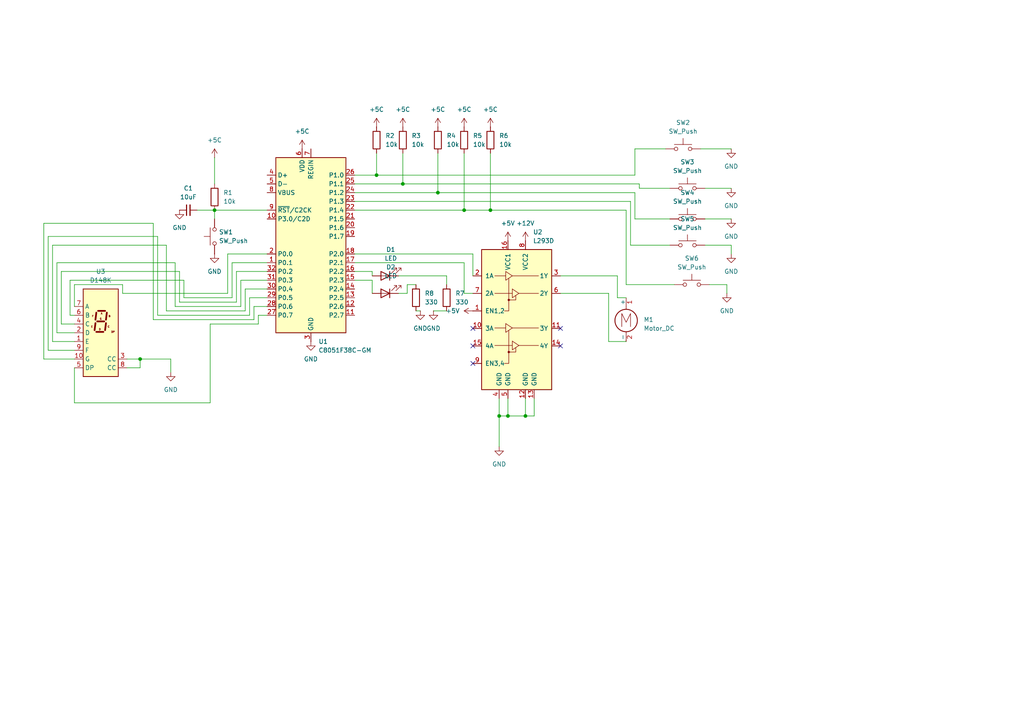
<source format=kicad_sch>
(kicad_sch
	(version 20231120)
	(generator "eeschema")
	(generator_version "8.0")
	(uuid "39b4ca6e-c2c9-44c3-b0f7-bcd29da76550")
	(paper "A4")
	(lib_symbols
		(symbol "Device:C_Small"
			(pin_numbers hide)
			(pin_names
				(offset 0.254) hide)
			(exclude_from_sim no)
			(in_bom yes)
			(on_board yes)
			(property "Reference" "C"
				(at 0.254 1.778 0)
				(effects
					(font
						(size 1.27 1.27)
					)
					(justify left)
				)
			)
			(property "Value" "C_Small"
				(at 0.254 -2.032 0)
				(effects
					(font
						(size 1.27 1.27)
					)
					(justify left)
				)
			)
			(property "Footprint" ""
				(at 0 0 0)
				(effects
					(font
						(size 1.27 1.27)
					)
					(hide yes)
				)
			)
			(property "Datasheet" "~"
				(at 0 0 0)
				(effects
					(font
						(size 1.27 1.27)
					)
					(hide yes)
				)
			)
			(property "Description" "Unpolarized capacitor, small symbol"
				(at 0 0 0)
				(effects
					(font
						(size 1.27 1.27)
					)
					(hide yes)
				)
			)
			(property "ki_keywords" "capacitor cap"
				(at 0 0 0)
				(effects
					(font
						(size 1.27 1.27)
					)
					(hide yes)
				)
			)
			(property "ki_fp_filters" "C_*"
				(at 0 0 0)
				(effects
					(font
						(size 1.27 1.27)
					)
					(hide yes)
				)
			)
			(symbol "C_Small_0_1"
				(polyline
					(pts
						(xy -1.524 -0.508) (xy 1.524 -0.508)
					)
					(stroke
						(width 0.3302)
						(type default)
					)
					(fill
						(type none)
					)
				)
				(polyline
					(pts
						(xy -1.524 0.508) (xy 1.524 0.508)
					)
					(stroke
						(width 0.3048)
						(type default)
					)
					(fill
						(type none)
					)
				)
			)
			(symbol "C_Small_1_1"
				(pin passive line
					(at 0 2.54 270)
					(length 2.032)
					(name "~"
						(effects
							(font
								(size 1.27 1.27)
							)
						)
					)
					(number "1"
						(effects
							(font
								(size 1.27 1.27)
							)
						)
					)
				)
				(pin passive line
					(at 0 -2.54 90)
					(length 2.032)
					(name "~"
						(effects
							(font
								(size 1.27 1.27)
							)
						)
					)
					(number "2"
						(effects
							(font
								(size 1.27 1.27)
							)
						)
					)
				)
			)
		)
		(symbol "Device:LED"
			(pin_numbers hide)
			(pin_names
				(offset 1.016) hide)
			(exclude_from_sim no)
			(in_bom yes)
			(on_board yes)
			(property "Reference" "D"
				(at 0 2.54 0)
				(effects
					(font
						(size 1.27 1.27)
					)
				)
			)
			(property "Value" "LED"
				(at 0 -2.54 0)
				(effects
					(font
						(size 1.27 1.27)
					)
				)
			)
			(property "Footprint" ""
				(at 0 0 0)
				(effects
					(font
						(size 1.27 1.27)
					)
					(hide yes)
				)
			)
			(property "Datasheet" "~"
				(at 0 0 0)
				(effects
					(font
						(size 1.27 1.27)
					)
					(hide yes)
				)
			)
			(property "Description" "Light emitting diode"
				(at 0 0 0)
				(effects
					(font
						(size 1.27 1.27)
					)
					(hide yes)
				)
			)
			(property "ki_keywords" "LED diode"
				(at 0 0 0)
				(effects
					(font
						(size 1.27 1.27)
					)
					(hide yes)
				)
			)
			(property "ki_fp_filters" "LED* LED_SMD:* LED_THT:*"
				(at 0 0 0)
				(effects
					(font
						(size 1.27 1.27)
					)
					(hide yes)
				)
			)
			(symbol "LED_0_1"
				(polyline
					(pts
						(xy -1.27 -1.27) (xy -1.27 1.27)
					)
					(stroke
						(width 0.254)
						(type default)
					)
					(fill
						(type none)
					)
				)
				(polyline
					(pts
						(xy -1.27 0) (xy 1.27 0)
					)
					(stroke
						(width 0)
						(type default)
					)
					(fill
						(type none)
					)
				)
				(polyline
					(pts
						(xy 1.27 -1.27) (xy 1.27 1.27) (xy -1.27 0) (xy 1.27 -1.27)
					)
					(stroke
						(width 0.254)
						(type default)
					)
					(fill
						(type none)
					)
				)
				(polyline
					(pts
						(xy -3.048 -0.762) (xy -4.572 -2.286) (xy -3.81 -2.286) (xy -4.572 -2.286) (xy -4.572 -1.524)
					)
					(stroke
						(width 0)
						(type default)
					)
					(fill
						(type none)
					)
				)
				(polyline
					(pts
						(xy -1.778 -0.762) (xy -3.302 -2.286) (xy -2.54 -2.286) (xy -3.302 -2.286) (xy -3.302 -1.524)
					)
					(stroke
						(width 0)
						(type default)
					)
					(fill
						(type none)
					)
				)
			)
			(symbol "LED_1_1"
				(pin passive line
					(at -3.81 0 0)
					(length 2.54)
					(name "K"
						(effects
							(font
								(size 1.27 1.27)
							)
						)
					)
					(number "1"
						(effects
							(font
								(size 1.27 1.27)
							)
						)
					)
				)
				(pin passive line
					(at 3.81 0 180)
					(length 2.54)
					(name "A"
						(effects
							(font
								(size 1.27 1.27)
							)
						)
					)
					(number "2"
						(effects
							(font
								(size 1.27 1.27)
							)
						)
					)
				)
			)
		)
		(symbol "Device:R"
			(pin_numbers hide)
			(pin_names
				(offset 0)
			)
			(exclude_from_sim no)
			(in_bom yes)
			(on_board yes)
			(property "Reference" "R"
				(at 2.032 0 90)
				(effects
					(font
						(size 1.27 1.27)
					)
				)
			)
			(property "Value" "R"
				(at 0 0 90)
				(effects
					(font
						(size 1.27 1.27)
					)
				)
			)
			(property "Footprint" ""
				(at -1.778 0 90)
				(effects
					(font
						(size 1.27 1.27)
					)
					(hide yes)
				)
			)
			(property "Datasheet" "~"
				(at 0 0 0)
				(effects
					(font
						(size 1.27 1.27)
					)
					(hide yes)
				)
			)
			(property "Description" "Resistor"
				(at 0 0 0)
				(effects
					(font
						(size 1.27 1.27)
					)
					(hide yes)
				)
			)
			(property "ki_keywords" "R res resistor"
				(at 0 0 0)
				(effects
					(font
						(size 1.27 1.27)
					)
					(hide yes)
				)
			)
			(property "ki_fp_filters" "R_*"
				(at 0 0 0)
				(effects
					(font
						(size 1.27 1.27)
					)
					(hide yes)
				)
			)
			(symbol "R_0_1"
				(rectangle
					(start -1.016 -2.54)
					(end 1.016 2.54)
					(stroke
						(width 0.254)
						(type default)
					)
					(fill
						(type none)
					)
				)
			)
			(symbol "R_1_1"
				(pin passive line
					(at 0 3.81 270)
					(length 1.27)
					(name "~"
						(effects
							(font
								(size 1.27 1.27)
							)
						)
					)
					(number "1"
						(effects
							(font
								(size 1.27 1.27)
							)
						)
					)
				)
				(pin passive line
					(at 0 -3.81 90)
					(length 1.27)
					(name "~"
						(effects
							(font
								(size 1.27 1.27)
							)
						)
					)
					(number "2"
						(effects
							(font
								(size 1.27 1.27)
							)
						)
					)
				)
			)
		)
		(symbol "Display_Character:D148K"
			(exclude_from_sim no)
			(in_bom yes)
			(on_board yes)
			(property "Reference" "U"
				(at -2.54 13.97 0)
				(effects
					(font
						(size 1.27 1.27)
					)
					(justify right)
				)
			)
			(property "Value" "D148K"
				(at 1.27 13.97 0)
				(effects
					(font
						(size 1.27 1.27)
					)
					(justify left)
				)
			)
			(property "Footprint" "Display_7Segment:D1X8K"
				(at 0 -15.24 0)
				(effects
					(font
						(size 1.27 1.27)
					)
					(hide yes)
				)
			)
			(property "Datasheet" "https://ia800903.us.archive.org/24/items/CTKD1x8K/Cromatek%20D168K.pdf"
				(at -12.7 12.065 0)
				(effects
					(font
						(size 1.27 1.27)
					)
					(justify left)
					(hide yes)
				)
			)
			(property "Description" "One digit 7 segment yellowish-green LED, low current, common cathode"
				(at 0 0 0)
				(effects
					(font
						(size 1.27 1.27)
					)
					(hide yes)
				)
			)
			(property "ki_keywords" "display LED 7-segment"
				(at 0 0 0)
				(effects
					(font
						(size 1.27 1.27)
					)
					(hide yes)
				)
			)
			(property "ki_fp_filters" "D1X8K*"
				(at 0 0 0)
				(effects
					(font
						(size 1.27 1.27)
					)
					(hide yes)
				)
			)
			(symbol "D148K_0_0"
				(text "A"
					(at 0.254 5.588 0)
					(effects
						(font
							(size 0.508 0.508)
						)
					)
				)
				(text "B"
					(at 2.54 4.826 0)
					(effects
						(font
							(size 0.508 0.508)
						)
					)
				)
				(text "C"
					(at 2.286 1.778 0)
					(effects
						(font
							(size 0.508 0.508)
						)
					)
				)
				(text "D"
					(at -0.254 1.016 0)
					(effects
						(font
							(size 0.508 0.508)
						)
					)
				)
				(text "DP"
					(at 3.556 0.254 0)
					(effects
						(font
							(size 0.508 0.508)
						)
					)
				)
				(text "E"
					(at -2.54 1.778 0)
					(effects
						(font
							(size 0.508 0.508)
						)
					)
				)
				(text "F"
					(at -2.286 4.826 0)
					(effects
						(font
							(size 0.508 0.508)
						)
					)
				)
				(text "G"
					(at 0 4.064 0)
					(effects
						(font
							(size 0.508 0.508)
						)
					)
				)
			)
			(symbol "D148K_0_1"
				(rectangle
					(start -5.08 12.7)
					(end 5.08 -12.7)
					(stroke
						(width 0.254)
						(type default)
					)
					(fill
						(type background)
					)
				)
				(polyline
					(pts
						(xy -1.524 2.794) (xy -1.778 0.762)
					)
					(stroke
						(width 0.508)
						(type default)
					)
					(fill
						(type none)
					)
				)
				(polyline
					(pts
						(xy -1.27 0.254) (xy 0.762 0.254)
					)
					(stroke
						(width 0.508)
						(type default)
					)
					(fill
						(type none)
					)
				)
				(polyline
					(pts
						(xy -1.27 5.842) (xy -1.524 3.81)
					)
					(stroke
						(width 0.508)
						(type default)
					)
					(fill
						(type none)
					)
				)
				(polyline
					(pts
						(xy -1.016 3.302) (xy 1.016 3.302)
					)
					(stroke
						(width 0.508)
						(type default)
					)
					(fill
						(type none)
					)
				)
				(polyline
					(pts
						(xy -0.762 6.35) (xy 1.27 6.35)
					)
					(stroke
						(width 0.508)
						(type default)
					)
					(fill
						(type none)
					)
				)
				(polyline
					(pts
						(xy 1.524 2.794) (xy 1.27 0.762)
					)
					(stroke
						(width 0.508)
						(type default)
					)
					(fill
						(type none)
					)
				)
				(polyline
					(pts
						(xy 1.778 5.842) (xy 1.524 3.81)
					)
					(stroke
						(width 0.508)
						(type default)
					)
					(fill
						(type none)
					)
				)
				(polyline
					(pts
						(xy 2.54 0.254) (xy 2.54 0.254)
					)
					(stroke
						(width 0.508)
						(type default)
					)
					(fill
						(type none)
					)
				)
			)
			(symbol "D148K_1_1"
				(pin input line
					(at -7.62 -2.54 0)
					(length 2.54)
					(name "E"
						(effects
							(font
								(size 1.27 1.27)
							)
						)
					)
					(number "1"
						(effects
							(font
								(size 1.27 1.27)
							)
						)
					)
				)
				(pin input line
					(at -7.62 -7.62 0)
					(length 2.54)
					(name "G"
						(effects
							(font
								(size 1.27 1.27)
							)
						)
					)
					(number "10"
						(effects
							(font
								(size 1.27 1.27)
							)
						)
					)
				)
				(pin input line
					(at -7.62 0 0)
					(length 2.54)
					(name "D"
						(effects
							(font
								(size 1.27 1.27)
							)
						)
					)
					(number "2"
						(effects
							(font
								(size 1.27 1.27)
							)
						)
					)
				)
				(pin input line
					(at 7.62 -7.62 180)
					(length 2.54)
					(name "CC"
						(effects
							(font
								(size 1.27 1.27)
							)
						)
					)
					(number "3"
						(effects
							(font
								(size 1.27 1.27)
							)
						)
					)
				)
				(pin input line
					(at -7.62 2.54 0)
					(length 2.54)
					(name "C"
						(effects
							(font
								(size 1.27 1.27)
							)
						)
					)
					(number "4"
						(effects
							(font
								(size 1.27 1.27)
							)
						)
					)
				)
				(pin input line
					(at -7.62 -10.16 0)
					(length 2.54)
					(name "DP"
						(effects
							(font
								(size 1.27 1.27)
							)
						)
					)
					(number "5"
						(effects
							(font
								(size 1.27 1.27)
							)
						)
					)
				)
				(pin input line
					(at -7.62 5.08 0)
					(length 2.54)
					(name "B"
						(effects
							(font
								(size 1.27 1.27)
							)
						)
					)
					(number "6"
						(effects
							(font
								(size 1.27 1.27)
							)
						)
					)
				)
				(pin input line
					(at -7.62 7.62 0)
					(length 2.54)
					(name "A"
						(effects
							(font
								(size 1.27 1.27)
							)
						)
					)
					(number "7"
						(effects
							(font
								(size 1.27 1.27)
							)
						)
					)
				)
				(pin input line
					(at 7.62 -10.16 180)
					(length 2.54)
					(name "CC"
						(effects
							(font
								(size 1.27 1.27)
							)
						)
					)
					(number "8"
						(effects
							(font
								(size 1.27 1.27)
							)
						)
					)
				)
				(pin input line
					(at -7.62 -5.08 0)
					(length 2.54)
					(name "F"
						(effects
							(font
								(size 1.27 1.27)
							)
						)
					)
					(number "9"
						(effects
							(font
								(size 1.27 1.27)
							)
						)
					)
				)
			)
		)
		(symbol "Driver_Motor:L293D"
			(pin_names
				(offset 1.016)
			)
			(exclude_from_sim no)
			(in_bom yes)
			(on_board yes)
			(property "Reference" "U"
				(at -5.08 26.035 0)
				(effects
					(font
						(size 1.27 1.27)
					)
					(justify right)
				)
			)
			(property "Value" "L293D"
				(at -5.08 24.13 0)
				(effects
					(font
						(size 1.27 1.27)
					)
					(justify right)
				)
			)
			(property "Footprint" "Package_DIP:DIP-16_W7.62mm"
				(at 6.35 -19.05 0)
				(effects
					(font
						(size 1.27 1.27)
					)
					(justify left)
					(hide yes)
				)
			)
			(property "Datasheet" "http://www.ti.com/lit/ds/symlink/l293.pdf"
				(at -7.62 17.78 0)
				(effects
					(font
						(size 1.27 1.27)
					)
					(hide yes)
				)
			)
			(property "Description" "Quadruple Half-H Drivers"
				(at 0 0 0)
				(effects
					(font
						(size 1.27 1.27)
					)
					(hide yes)
				)
			)
			(property "ki_keywords" "Half-H Driver Motor"
				(at 0 0 0)
				(effects
					(font
						(size 1.27 1.27)
					)
					(hide yes)
				)
			)
			(property "ki_fp_filters" "DIP*W7.62mm*"
				(at 0 0 0)
				(effects
					(font
						(size 1.27 1.27)
					)
					(hide yes)
				)
			)
			(symbol "L293D_0_1"
				(rectangle
					(start -10.16 22.86)
					(end 10.16 -17.78)
					(stroke
						(width 0.254)
						(type default)
					)
					(fill
						(type background)
					)
				)
				(circle
					(center -2.286 -6.858)
					(radius 0.254)
					(stroke
						(width 0)
						(type default)
					)
					(fill
						(type outline)
					)
				)
				(circle
					(center -2.286 8.255)
					(radius 0.254)
					(stroke
						(width 0)
						(type default)
					)
					(fill
						(type outline)
					)
				)
				(polyline
					(pts
						(xy -6.35 -4.953) (xy -1.27 -4.953)
					)
					(stroke
						(width 0)
						(type default)
					)
					(fill
						(type none)
					)
				)
				(polyline
					(pts
						(xy -6.35 0.127) (xy -3.175 0.127)
					)
					(stroke
						(width 0)
						(type default)
					)
					(fill
						(type none)
					)
				)
				(polyline
					(pts
						(xy -6.35 10.16) (xy -1.27 10.16)
					)
					(stroke
						(width 0)
						(type default)
					)
					(fill
						(type none)
					)
				)
				(polyline
					(pts
						(xy -6.35 15.24) (xy -3.175 15.24)
					)
					(stroke
						(width 0)
						(type default)
					)
					(fill
						(type none)
					)
				)
				(polyline
					(pts
						(xy -1.27 0.127) (xy 6.35 0.127)
					)
					(stroke
						(width 0)
						(type default)
					)
					(fill
						(type none)
					)
				)
				(polyline
					(pts
						(xy -1.27 15.24) (xy 6.35 15.24)
					)
					(stroke
						(width 0)
						(type default)
					)
					(fill
						(type none)
					)
				)
				(polyline
					(pts
						(xy 0.635 -4.953) (xy 6.35 -4.953)
					)
					(stroke
						(width 0)
						(type default)
					)
					(fill
						(type none)
					)
				)
				(polyline
					(pts
						(xy 0.635 10.16) (xy 6.35 10.16)
					)
					(stroke
						(width 0)
						(type default)
					)
					(fill
						(type none)
					)
				)
				(polyline
					(pts
						(xy -2.286 -6.858) (xy -0.254 -6.858) (xy -0.254 -5.588)
					)
					(stroke
						(width 0)
						(type default)
					)
					(fill
						(type none)
					)
				)
				(polyline
					(pts
						(xy -2.286 -0.635) (xy -2.286 -10.16) (xy -3.556 -10.16)
					)
					(stroke
						(width 0)
						(type default)
					)
					(fill
						(type none)
					)
				)
				(polyline
					(pts
						(xy -2.286 8.255) (xy -0.254 8.255) (xy -0.254 9.525)
					)
					(stroke
						(width 0)
						(type default)
					)
					(fill
						(type none)
					)
				)
				(polyline
					(pts
						(xy -2.286 14.478) (xy -2.286 5.08) (xy -3.556 5.08)
					)
					(stroke
						(width 0)
						(type default)
					)
					(fill
						(type none)
					)
				)
				(polyline
					(pts
						(xy -3.175 1.397) (xy -3.175 -1.143) (xy -1.27 0.127) (xy -3.175 1.397)
					)
					(stroke
						(width 0)
						(type default)
					)
					(fill
						(type none)
					)
				)
				(polyline
					(pts
						(xy -3.175 16.51) (xy -3.175 13.97) (xy -1.27 15.24) (xy -3.175 16.51)
					)
					(stroke
						(width 0)
						(type default)
					)
					(fill
						(type none)
					)
				)
				(polyline
					(pts
						(xy -1.27 -3.683) (xy -1.27 -6.223) (xy 0.635 -4.953) (xy -1.27 -3.683)
					)
					(stroke
						(width 0)
						(type default)
					)
					(fill
						(type none)
					)
				)
				(polyline
					(pts
						(xy -1.27 11.43) (xy -1.27 8.89) (xy 0.635 10.16) (xy -1.27 11.43)
					)
					(stroke
						(width 0)
						(type default)
					)
					(fill
						(type none)
					)
				)
			)
			(symbol "L293D_1_1"
				(pin input line
					(at -12.7 5.08 0)
					(length 2.54)
					(name "EN1,2"
						(effects
							(font
								(size 1.27 1.27)
							)
						)
					)
					(number "1"
						(effects
							(font
								(size 1.27 1.27)
							)
						)
					)
				)
				(pin input line
					(at -12.7 0 0)
					(length 2.54)
					(name "3A"
						(effects
							(font
								(size 1.27 1.27)
							)
						)
					)
					(number "10"
						(effects
							(font
								(size 1.27 1.27)
							)
						)
					)
				)
				(pin output line
					(at 12.7 0 180)
					(length 2.54)
					(name "3Y"
						(effects
							(font
								(size 1.27 1.27)
							)
						)
					)
					(number "11"
						(effects
							(font
								(size 1.27 1.27)
							)
						)
					)
				)
				(pin power_in line
					(at 2.54 -20.32 90)
					(length 2.54)
					(name "GND"
						(effects
							(font
								(size 1.27 1.27)
							)
						)
					)
					(number "12"
						(effects
							(font
								(size 1.27 1.27)
							)
						)
					)
				)
				(pin power_in line
					(at 5.08 -20.32 90)
					(length 2.54)
					(name "GND"
						(effects
							(font
								(size 1.27 1.27)
							)
						)
					)
					(number "13"
						(effects
							(font
								(size 1.27 1.27)
							)
						)
					)
				)
				(pin output line
					(at 12.7 -5.08 180)
					(length 2.54)
					(name "4Y"
						(effects
							(font
								(size 1.27 1.27)
							)
						)
					)
					(number "14"
						(effects
							(font
								(size 1.27 1.27)
							)
						)
					)
				)
				(pin input line
					(at -12.7 -5.08 0)
					(length 2.54)
					(name "4A"
						(effects
							(font
								(size 1.27 1.27)
							)
						)
					)
					(number "15"
						(effects
							(font
								(size 1.27 1.27)
							)
						)
					)
				)
				(pin power_in line
					(at -2.54 25.4 270)
					(length 2.54)
					(name "VCC1"
						(effects
							(font
								(size 1.27 1.27)
							)
						)
					)
					(number "16"
						(effects
							(font
								(size 1.27 1.27)
							)
						)
					)
				)
				(pin input line
					(at -12.7 15.24 0)
					(length 2.54)
					(name "1A"
						(effects
							(font
								(size 1.27 1.27)
							)
						)
					)
					(number "2"
						(effects
							(font
								(size 1.27 1.27)
							)
						)
					)
				)
				(pin output line
					(at 12.7 15.24 180)
					(length 2.54)
					(name "1Y"
						(effects
							(font
								(size 1.27 1.27)
							)
						)
					)
					(number "3"
						(effects
							(font
								(size 1.27 1.27)
							)
						)
					)
				)
				(pin power_in line
					(at -5.08 -20.32 90)
					(length 2.54)
					(name "GND"
						(effects
							(font
								(size 1.27 1.27)
							)
						)
					)
					(number "4"
						(effects
							(font
								(size 1.27 1.27)
							)
						)
					)
				)
				(pin power_in line
					(at -2.54 -20.32 90)
					(length 2.54)
					(name "GND"
						(effects
							(font
								(size 1.27 1.27)
							)
						)
					)
					(number "5"
						(effects
							(font
								(size 1.27 1.27)
							)
						)
					)
				)
				(pin output line
					(at 12.7 10.16 180)
					(length 2.54)
					(name "2Y"
						(effects
							(font
								(size 1.27 1.27)
							)
						)
					)
					(number "6"
						(effects
							(font
								(size 1.27 1.27)
							)
						)
					)
				)
				(pin input line
					(at -12.7 10.16 0)
					(length 2.54)
					(name "2A"
						(effects
							(font
								(size 1.27 1.27)
							)
						)
					)
					(number "7"
						(effects
							(font
								(size 1.27 1.27)
							)
						)
					)
				)
				(pin power_in line
					(at 2.54 25.4 270)
					(length 2.54)
					(name "VCC2"
						(effects
							(font
								(size 1.27 1.27)
							)
						)
					)
					(number "8"
						(effects
							(font
								(size 1.27 1.27)
							)
						)
					)
				)
				(pin input line
					(at -12.7 -10.16 0)
					(length 2.54)
					(name "EN3,4"
						(effects
							(font
								(size 1.27 1.27)
							)
						)
					)
					(number "9"
						(effects
							(font
								(size 1.27 1.27)
							)
						)
					)
				)
			)
		)
		(symbol "MCU_SiliconLabs:C8051F38C-GM"
			(exclude_from_sim no)
			(in_bom yes)
			(on_board yes)
			(property "Reference" "U"
				(at -10.16 27.94 0)
				(effects
					(font
						(size 1.27 1.27)
					)
				)
			)
			(property "Value" "C8051F38C-GM"
				(at 12.7 27.94 0)
				(effects
					(font
						(size 1.27 1.27)
					)
				)
			)
			(property "Footprint" "Package_DFN_QFN:QFN-32-1EP_5x5mm_P0.5mm_EP3.3x3.3mm"
				(at -22.86 -27.94 0)
				(effects
					(font
						(size 1.27 1.27)
					)
					(hide yes)
				)
			)
			(property "Datasheet" "https://www.silabs.com/documents/public/data-sheets/C8051F38x.pdf"
				(at -22.86 -25.4 0)
				(effects
					(font
						(size 1.27 1.27)
					)
					(hide yes)
				)
			)
			(property "Description" "Full Speed USB Flash MCU Family, 16k flash, 2304 ram, 25 IO, ADC, Temperature, VREF, QFN-32"
				(at 0 0 0)
				(effects
					(font
						(size 1.27 1.27)
					)
					(hide yes)
				)
			)
			(property "ki_keywords" "8051 microcontroller PCA UART USB SPI I2C ADC QFN32"
				(at 0 0 0)
				(effects
					(font
						(size 1.27 1.27)
					)
					(hide yes)
				)
			)
			(property "ki_fp_filters" "QFN*1EP*5x5mm*P0.5mm*"
				(at 0 0 0)
				(effects
					(font
						(size 1.27 1.27)
					)
					(hide yes)
				)
			)
			(symbol "C8051F38C-GM_0_1"
				(rectangle
					(start -10.16 25.4)
					(end 10.16 -25.4)
					(stroke
						(width 0.254)
						(type default)
					)
					(fill
						(type background)
					)
				)
			)
			(symbol "C8051F38C-GM_1_1"
				(pin bidirectional line
					(at -12.7 -5.08 0)
					(length 2.54)
					(name "P0.1"
						(effects
							(font
								(size 1.27 1.27)
							)
						)
					)
					(number "1"
						(effects
							(font
								(size 1.27 1.27)
							)
						)
					)
				)
				(pin bidirectional line
					(at -12.7 7.62 0)
					(length 2.54)
					(name "P3.0/C2D"
						(effects
							(font
								(size 1.27 1.27)
							)
						)
					)
					(number "10"
						(effects
							(font
								(size 1.27 1.27)
							)
						)
					)
				)
				(pin bidirectional line
					(at 12.7 -20.32 180)
					(length 2.54)
					(name "P2.7"
						(effects
							(font
								(size 1.27 1.27)
							)
						)
					)
					(number "11"
						(effects
							(font
								(size 1.27 1.27)
							)
						)
					)
				)
				(pin bidirectional line
					(at 12.7 -17.78 180)
					(length 2.54)
					(name "P2.6"
						(effects
							(font
								(size 1.27 1.27)
							)
						)
					)
					(number "12"
						(effects
							(font
								(size 1.27 1.27)
							)
						)
					)
				)
				(pin bidirectional line
					(at 12.7 -15.24 180)
					(length 2.54)
					(name "P2.5"
						(effects
							(font
								(size 1.27 1.27)
							)
						)
					)
					(number "13"
						(effects
							(font
								(size 1.27 1.27)
							)
						)
					)
				)
				(pin bidirectional line
					(at 12.7 -12.7 180)
					(length 2.54)
					(name "P2.4"
						(effects
							(font
								(size 1.27 1.27)
							)
						)
					)
					(number "14"
						(effects
							(font
								(size 1.27 1.27)
							)
						)
					)
				)
				(pin bidirectional line
					(at 12.7 -10.16 180)
					(length 2.54)
					(name "P2.3"
						(effects
							(font
								(size 1.27 1.27)
							)
						)
					)
					(number "15"
						(effects
							(font
								(size 1.27 1.27)
							)
						)
					)
				)
				(pin bidirectional line
					(at 12.7 -7.62 180)
					(length 2.54)
					(name "P2.2"
						(effects
							(font
								(size 1.27 1.27)
							)
						)
					)
					(number "16"
						(effects
							(font
								(size 1.27 1.27)
							)
						)
					)
				)
				(pin bidirectional line
					(at 12.7 -5.08 180)
					(length 2.54)
					(name "P2.1"
						(effects
							(font
								(size 1.27 1.27)
							)
						)
					)
					(number "17"
						(effects
							(font
								(size 1.27 1.27)
							)
						)
					)
				)
				(pin bidirectional line
					(at 12.7 -2.54 180)
					(length 2.54)
					(name "P2.0"
						(effects
							(font
								(size 1.27 1.27)
							)
						)
					)
					(number "18"
						(effects
							(font
								(size 1.27 1.27)
							)
						)
					)
				)
				(pin bidirectional line
					(at 12.7 2.54 180)
					(length 2.54)
					(name "P1.7"
						(effects
							(font
								(size 1.27 1.27)
							)
						)
					)
					(number "19"
						(effects
							(font
								(size 1.27 1.27)
							)
						)
					)
				)
				(pin bidirectional line
					(at -12.7 -2.54 0)
					(length 2.54)
					(name "P0.0"
						(effects
							(font
								(size 1.27 1.27)
							)
						)
					)
					(number "2"
						(effects
							(font
								(size 1.27 1.27)
							)
						)
					)
				)
				(pin bidirectional line
					(at 12.7 5.08 180)
					(length 2.54)
					(name "P1.6"
						(effects
							(font
								(size 1.27 1.27)
							)
						)
					)
					(number "20"
						(effects
							(font
								(size 1.27 1.27)
							)
						)
					)
				)
				(pin bidirectional line
					(at 12.7 7.62 180)
					(length 2.54)
					(name "P1.5"
						(effects
							(font
								(size 1.27 1.27)
							)
						)
					)
					(number "21"
						(effects
							(font
								(size 1.27 1.27)
							)
						)
					)
				)
				(pin bidirectional line
					(at 12.7 10.16 180)
					(length 2.54)
					(name "P1.4"
						(effects
							(font
								(size 1.27 1.27)
							)
						)
					)
					(number "22"
						(effects
							(font
								(size 1.27 1.27)
							)
						)
					)
				)
				(pin bidirectional line
					(at 12.7 12.7 180)
					(length 2.54)
					(name "P1.3"
						(effects
							(font
								(size 1.27 1.27)
							)
						)
					)
					(number "23"
						(effects
							(font
								(size 1.27 1.27)
							)
						)
					)
				)
				(pin bidirectional line
					(at 12.7 15.24 180)
					(length 2.54)
					(name "P1.2"
						(effects
							(font
								(size 1.27 1.27)
							)
						)
					)
					(number "24"
						(effects
							(font
								(size 1.27 1.27)
							)
						)
					)
				)
				(pin bidirectional line
					(at 12.7 17.78 180)
					(length 2.54)
					(name "P1.1"
						(effects
							(font
								(size 1.27 1.27)
							)
						)
					)
					(number "25"
						(effects
							(font
								(size 1.27 1.27)
							)
						)
					)
				)
				(pin bidirectional line
					(at 12.7 20.32 180)
					(length 2.54)
					(name "P1.0"
						(effects
							(font
								(size 1.27 1.27)
							)
						)
					)
					(number "26"
						(effects
							(font
								(size 1.27 1.27)
							)
						)
					)
				)
				(pin bidirectional line
					(at -12.7 -20.32 0)
					(length 2.54)
					(name "P0.7"
						(effects
							(font
								(size 1.27 1.27)
							)
						)
					)
					(number "27"
						(effects
							(font
								(size 1.27 1.27)
							)
						)
					)
				)
				(pin bidirectional line
					(at -12.7 -17.78 0)
					(length 2.54)
					(name "P0.6"
						(effects
							(font
								(size 1.27 1.27)
							)
						)
					)
					(number "28"
						(effects
							(font
								(size 1.27 1.27)
							)
						)
					)
				)
				(pin bidirectional line
					(at -12.7 -15.24 0)
					(length 2.54)
					(name "P0.5"
						(effects
							(font
								(size 1.27 1.27)
							)
						)
					)
					(number "29"
						(effects
							(font
								(size 1.27 1.27)
							)
						)
					)
				)
				(pin power_in line
					(at 0 -27.94 90)
					(length 2.54)
					(name "GND"
						(effects
							(font
								(size 1.27 1.27)
							)
						)
					)
					(number "3"
						(effects
							(font
								(size 1.27 1.27)
							)
						)
					)
				)
				(pin bidirectional line
					(at -12.7 -12.7 0)
					(length 2.54)
					(name "P0.4"
						(effects
							(font
								(size 1.27 1.27)
							)
						)
					)
					(number "30"
						(effects
							(font
								(size 1.27 1.27)
							)
						)
					)
				)
				(pin bidirectional line
					(at -12.7 -10.16 0)
					(length 2.54)
					(name "P0.3"
						(effects
							(font
								(size 1.27 1.27)
							)
						)
					)
					(number "31"
						(effects
							(font
								(size 1.27 1.27)
							)
						)
					)
				)
				(pin bidirectional line
					(at -12.7 -7.62 0)
					(length 2.54)
					(name "P0.2"
						(effects
							(font
								(size 1.27 1.27)
							)
						)
					)
					(number "32"
						(effects
							(font
								(size 1.27 1.27)
							)
						)
					)
				)
				(pin passive line
					(at 0 -27.94 90)
					(length 2.54) hide
					(name "GND"
						(effects
							(font
								(size 1.27 1.27)
							)
						)
					)
					(number "33"
						(effects
							(font
								(size 1.27 1.27)
							)
						)
					)
				)
				(pin bidirectional line
					(at -12.7 20.32 0)
					(length 2.54)
					(name "D+"
						(effects
							(font
								(size 1.27 1.27)
							)
						)
					)
					(number "4"
						(effects
							(font
								(size 1.27 1.27)
							)
						)
					)
				)
				(pin bidirectional line
					(at -12.7 17.78 0)
					(length 2.54)
					(name "D-"
						(effects
							(font
								(size 1.27 1.27)
							)
						)
					)
					(number "5"
						(effects
							(font
								(size 1.27 1.27)
							)
						)
					)
				)
				(pin power_in line
					(at -2.54 27.94 270)
					(length 2.54)
					(name "VDD"
						(effects
							(font
								(size 1.27 1.27)
							)
						)
					)
					(number "6"
						(effects
							(font
								(size 1.27 1.27)
							)
						)
					)
				)
				(pin power_in line
					(at 0 27.94 270)
					(length 2.54)
					(name "REGIN"
						(effects
							(font
								(size 1.27 1.27)
							)
						)
					)
					(number "7"
						(effects
							(font
								(size 1.27 1.27)
							)
						)
					)
				)
				(pin input line
					(at -12.7 15.24 0)
					(length 2.54)
					(name "VBUS"
						(effects
							(font
								(size 1.27 1.27)
							)
						)
					)
					(number "8"
						(effects
							(font
								(size 1.27 1.27)
							)
						)
					)
				)
				(pin input line
					(at -12.7 10.16 0)
					(length 2.54)
					(name "~{RST}/C2CK"
						(effects
							(font
								(size 1.27 1.27)
							)
						)
					)
					(number "9"
						(effects
							(font
								(size 1.27 1.27)
							)
						)
					)
				)
			)
		)
		(symbol "Motor:Motor_DC"
			(pin_names
				(offset 0)
			)
			(exclude_from_sim no)
			(in_bom yes)
			(on_board yes)
			(property "Reference" "M"
				(at 2.54 2.54 0)
				(effects
					(font
						(size 1.27 1.27)
					)
					(justify left)
				)
			)
			(property "Value" "Motor_DC"
				(at 2.54 -5.08 0)
				(effects
					(font
						(size 1.27 1.27)
					)
					(justify left top)
				)
			)
			(property "Footprint" ""
				(at 0 -2.286 0)
				(effects
					(font
						(size 1.27 1.27)
					)
					(hide yes)
				)
			)
			(property "Datasheet" "~"
				(at 0 -2.286 0)
				(effects
					(font
						(size 1.27 1.27)
					)
					(hide yes)
				)
			)
			(property "Description" "DC Motor"
				(at 0 0 0)
				(effects
					(font
						(size 1.27 1.27)
					)
					(hide yes)
				)
			)
			(property "ki_keywords" "DC Motor"
				(at 0 0 0)
				(effects
					(font
						(size 1.27 1.27)
					)
					(hide yes)
				)
			)
			(property "ki_fp_filters" "PinHeader*P2.54mm* TerminalBlock*"
				(at 0 0 0)
				(effects
					(font
						(size 1.27 1.27)
					)
					(hide yes)
				)
			)
			(symbol "Motor_DC_0_0"
				(polyline
					(pts
						(xy -1.27 -3.302) (xy -1.27 0.508) (xy 0 -2.032) (xy 1.27 0.508) (xy 1.27 -3.302)
					)
					(stroke
						(width 0)
						(type default)
					)
					(fill
						(type none)
					)
				)
			)
			(symbol "Motor_DC_0_1"
				(circle
					(center 0 -1.524)
					(radius 3.2512)
					(stroke
						(width 0.254)
						(type default)
					)
					(fill
						(type none)
					)
				)
				(polyline
					(pts
						(xy 0 -7.62) (xy 0 -7.112)
					)
					(stroke
						(width 0)
						(type default)
					)
					(fill
						(type none)
					)
				)
				(polyline
					(pts
						(xy 0 -4.7752) (xy 0 -5.1816)
					)
					(stroke
						(width 0)
						(type default)
					)
					(fill
						(type none)
					)
				)
				(polyline
					(pts
						(xy 0 1.7272) (xy 0 2.0828)
					)
					(stroke
						(width 0)
						(type default)
					)
					(fill
						(type none)
					)
				)
				(polyline
					(pts
						(xy 0 2.032) (xy 0 2.54)
					)
					(stroke
						(width 0)
						(type default)
					)
					(fill
						(type none)
					)
				)
			)
			(symbol "Motor_DC_1_1"
				(pin passive line
					(at 0 5.08 270)
					(length 2.54)
					(name "+"
						(effects
							(font
								(size 1.27 1.27)
							)
						)
					)
					(number "1"
						(effects
							(font
								(size 1.27 1.27)
							)
						)
					)
				)
				(pin passive line
					(at 0 -7.62 90)
					(length 2.54)
					(name "-"
						(effects
							(font
								(size 1.27 1.27)
							)
						)
					)
					(number "2"
						(effects
							(font
								(size 1.27 1.27)
							)
						)
					)
				)
			)
		)
		(symbol "Switch:SW_Push"
			(pin_numbers hide)
			(pin_names
				(offset 1.016) hide)
			(exclude_from_sim no)
			(in_bom yes)
			(on_board yes)
			(property "Reference" "SW"
				(at 1.27 2.54 0)
				(effects
					(font
						(size 1.27 1.27)
					)
					(justify left)
				)
			)
			(property "Value" "SW_Push"
				(at 0 -1.524 0)
				(effects
					(font
						(size 1.27 1.27)
					)
				)
			)
			(property "Footprint" ""
				(at 0 5.08 0)
				(effects
					(font
						(size 1.27 1.27)
					)
					(hide yes)
				)
			)
			(property "Datasheet" "~"
				(at 0 5.08 0)
				(effects
					(font
						(size 1.27 1.27)
					)
					(hide yes)
				)
			)
			(property "Description" "Push button switch, generic, two pins"
				(at 0 0 0)
				(effects
					(font
						(size 1.27 1.27)
					)
					(hide yes)
				)
			)
			(property "ki_keywords" "switch normally-open pushbutton push-button"
				(at 0 0 0)
				(effects
					(font
						(size 1.27 1.27)
					)
					(hide yes)
				)
			)
			(symbol "SW_Push_0_1"
				(circle
					(center -2.032 0)
					(radius 0.508)
					(stroke
						(width 0)
						(type default)
					)
					(fill
						(type none)
					)
				)
				(polyline
					(pts
						(xy 0 1.27) (xy 0 3.048)
					)
					(stroke
						(width 0)
						(type default)
					)
					(fill
						(type none)
					)
				)
				(polyline
					(pts
						(xy 2.54 1.27) (xy -2.54 1.27)
					)
					(stroke
						(width 0)
						(type default)
					)
					(fill
						(type none)
					)
				)
				(circle
					(center 2.032 0)
					(radius 0.508)
					(stroke
						(width 0)
						(type default)
					)
					(fill
						(type none)
					)
				)
				(pin passive line
					(at -5.08 0 0)
					(length 2.54)
					(name "1"
						(effects
							(font
								(size 1.27 1.27)
							)
						)
					)
					(number "1"
						(effects
							(font
								(size 1.27 1.27)
							)
						)
					)
				)
				(pin passive line
					(at 5.08 0 180)
					(length 2.54)
					(name "2"
						(effects
							(font
								(size 1.27 1.27)
							)
						)
					)
					(number "2"
						(effects
							(font
								(size 1.27 1.27)
							)
						)
					)
				)
			)
		)
		(symbol "power:+12V"
			(power)
			(pin_numbers hide)
			(pin_names
				(offset 0) hide)
			(exclude_from_sim no)
			(in_bom yes)
			(on_board yes)
			(property "Reference" "#PWR"
				(at 0 -3.81 0)
				(effects
					(font
						(size 1.27 1.27)
					)
					(hide yes)
				)
			)
			(property "Value" "+12V"
				(at 0 3.556 0)
				(effects
					(font
						(size 1.27 1.27)
					)
				)
			)
			(property "Footprint" ""
				(at 0 0 0)
				(effects
					(font
						(size 1.27 1.27)
					)
					(hide yes)
				)
			)
			(property "Datasheet" ""
				(at 0 0 0)
				(effects
					(font
						(size 1.27 1.27)
					)
					(hide yes)
				)
			)
			(property "Description" "Power symbol creates a global label with name \"+12V\""
				(at 0 0 0)
				(effects
					(font
						(size 1.27 1.27)
					)
					(hide yes)
				)
			)
			(property "ki_keywords" "global power"
				(at 0 0 0)
				(effects
					(font
						(size 1.27 1.27)
					)
					(hide yes)
				)
			)
			(symbol "+12V_0_1"
				(polyline
					(pts
						(xy -0.762 1.27) (xy 0 2.54)
					)
					(stroke
						(width 0)
						(type default)
					)
					(fill
						(type none)
					)
				)
				(polyline
					(pts
						(xy 0 0) (xy 0 2.54)
					)
					(stroke
						(width 0)
						(type default)
					)
					(fill
						(type none)
					)
				)
				(polyline
					(pts
						(xy 0 2.54) (xy 0.762 1.27)
					)
					(stroke
						(width 0)
						(type default)
					)
					(fill
						(type none)
					)
				)
			)
			(symbol "+12V_1_1"
				(pin power_in line
					(at 0 0 90)
					(length 0)
					(name "~"
						(effects
							(font
								(size 1.27 1.27)
							)
						)
					)
					(number "1"
						(effects
							(font
								(size 1.27 1.27)
							)
						)
					)
				)
			)
		)
		(symbol "power:+5C"
			(power)
			(pin_numbers hide)
			(pin_names
				(offset 0) hide)
			(exclude_from_sim no)
			(in_bom yes)
			(on_board yes)
			(property "Reference" "#PWR"
				(at 0 -3.81 0)
				(effects
					(font
						(size 1.27 1.27)
					)
					(hide yes)
				)
			)
			(property "Value" "+5C"
				(at 0 3.556 0)
				(effects
					(font
						(size 1.27 1.27)
					)
				)
			)
			(property "Footprint" ""
				(at 0 0 0)
				(effects
					(font
						(size 1.27 1.27)
					)
					(hide yes)
				)
			)
			(property "Datasheet" ""
				(at 0 0 0)
				(effects
					(font
						(size 1.27 1.27)
					)
					(hide yes)
				)
			)
			(property "Description" "Power symbol creates a global label with name \"+5C\""
				(at 0 0 0)
				(effects
					(font
						(size 1.27 1.27)
					)
					(hide yes)
				)
			)
			(property "ki_keywords" "global power"
				(at 0 0 0)
				(effects
					(font
						(size 1.27 1.27)
					)
					(hide yes)
				)
			)
			(symbol "+5C_0_1"
				(polyline
					(pts
						(xy -0.762 1.27) (xy 0 2.54)
					)
					(stroke
						(width 0)
						(type default)
					)
					(fill
						(type none)
					)
				)
				(polyline
					(pts
						(xy 0 0) (xy 0 2.54)
					)
					(stroke
						(width 0)
						(type default)
					)
					(fill
						(type none)
					)
				)
				(polyline
					(pts
						(xy 0 2.54) (xy 0.762 1.27)
					)
					(stroke
						(width 0)
						(type default)
					)
					(fill
						(type none)
					)
				)
			)
			(symbol "+5C_1_1"
				(pin power_in line
					(at 0 0 90)
					(length 0)
					(name "~"
						(effects
							(font
								(size 1.27 1.27)
							)
						)
					)
					(number "1"
						(effects
							(font
								(size 1.27 1.27)
							)
						)
					)
				)
			)
		)
		(symbol "power:+5V"
			(power)
			(pin_numbers hide)
			(pin_names
				(offset 0) hide)
			(exclude_from_sim no)
			(in_bom yes)
			(on_board yes)
			(property "Reference" "#PWR"
				(at 0 -3.81 0)
				(effects
					(font
						(size 1.27 1.27)
					)
					(hide yes)
				)
			)
			(property "Value" "+5V"
				(at 0 3.556 0)
				(effects
					(font
						(size 1.27 1.27)
					)
				)
			)
			(property "Footprint" ""
				(at 0 0 0)
				(effects
					(font
						(size 1.27 1.27)
					)
					(hide yes)
				)
			)
			(property "Datasheet" ""
				(at 0 0 0)
				(effects
					(font
						(size 1.27 1.27)
					)
					(hide yes)
				)
			)
			(property "Description" "Power symbol creates a global label with name \"+5V\""
				(at 0 0 0)
				(effects
					(font
						(size 1.27 1.27)
					)
					(hide yes)
				)
			)
			(property "ki_keywords" "global power"
				(at 0 0 0)
				(effects
					(font
						(size 1.27 1.27)
					)
					(hide yes)
				)
			)
			(symbol "+5V_0_1"
				(polyline
					(pts
						(xy -0.762 1.27) (xy 0 2.54)
					)
					(stroke
						(width 0)
						(type default)
					)
					(fill
						(type none)
					)
				)
				(polyline
					(pts
						(xy 0 0) (xy 0 2.54)
					)
					(stroke
						(width 0)
						(type default)
					)
					(fill
						(type none)
					)
				)
				(polyline
					(pts
						(xy 0 2.54) (xy 0.762 1.27)
					)
					(stroke
						(width 0)
						(type default)
					)
					(fill
						(type none)
					)
				)
			)
			(symbol "+5V_1_1"
				(pin power_in line
					(at 0 0 90)
					(length 0)
					(name "~"
						(effects
							(font
								(size 1.27 1.27)
							)
						)
					)
					(number "1"
						(effects
							(font
								(size 1.27 1.27)
							)
						)
					)
				)
			)
		)
		(symbol "power:GND"
			(power)
			(pin_numbers hide)
			(pin_names
				(offset 0) hide)
			(exclude_from_sim no)
			(in_bom yes)
			(on_board yes)
			(property "Reference" "#PWR"
				(at 0 -6.35 0)
				(effects
					(font
						(size 1.27 1.27)
					)
					(hide yes)
				)
			)
			(property "Value" "GND"
				(at 0 -3.81 0)
				(effects
					(font
						(size 1.27 1.27)
					)
				)
			)
			(property "Footprint" ""
				(at 0 0 0)
				(effects
					(font
						(size 1.27 1.27)
					)
					(hide yes)
				)
			)
			(property "Datasheet" ""
				(at 0 0 0)
				(effects
					(font
						(size 1.27 1.27)
					)
					(hide yes)
				)
			)
			(property "Description" "Power symbol creates a global label with name \"GND\" , ground"
				(at 0 0 0)
				(effects
					(font
						(size 1.27 1.27)
					)
					(hide yes)
				)
			)
			(property "ki_keywords" "global power"
				(at 0 0 0)
				(effects
					(font
						(size 1.27 1.27)
					)
					(hide yes)
				)
			)
			(symbol "GND_0_1"
				(polyline
					(pts
						(xy 0 0) (xy 0 -1.27) (xy 1.27 -1.27) (xy 0 -2.54) (xy -1.27 -1.27) (xy 0 -1.27)
					)
					(stroke
						(width 0)
						(type default)
					)
					(fill
						(type none)
					)
				)
			)
			(symbol "GND_1_1"
				(pin power_in line
					(at 0 0 270)
					(length 0)
					(name "~"
						(effects
							(font
								(size 1.27 1.27)
							)
						)
					)
					(number "1"
						(effects
							(font
								(size 1.27 1.27)
							)
						)
					)
				)
			)
		)
	)
	(junction
		(at 40.64 104.14)
		(diameter 0)
		(color 0 0 0 0)
		(uuid "06553f32-d0c5-4389-bf0f-cfbbc8bf0cfa")
	)
	(junction
		(at 152.4 120.65)
		(diameter 0)
		(color 0 0 0 0)
		(uuid "0d441211-04e2-436b-a886-31c7dd77c8b7")
	)
	(junction
		(at 144.78 120.65)
		(diameter 0)
		(color 0 0 0 0)
		(uuid "18fe6976-fad3-4fd3-ac9d-9697e92690ed")
	)
	(junction
		(at 116.84 53.34)
		(diameter 0)
		(color 0 0 0 0)
		(uuid "1f6e480a-a120-41e7-91e5-94466785b368")
	)
	(junction
		(at 127 55.88)
		(diameter 0)
		(color 0 0 0 0)
		(uuid "297b4e84-2e71-41f7-9612-782be6373b6c")
	)
	(junction
		(at 147.32 120.65)
		(diameter 0)
		(color 0 0 0 0)
		(uuid "6d41a7ce-add1-4169-a8dc-dcbbd1741bfa")
	)
	(junction
		(at 134.62 60.96)
		(diameter 0)
		(color 0 0 0 0)
		(uuid "90d22043-a26e-459c-9b03-e60755bdea20")
	)
	(junction
		(at 142.24 60.96)
		(diameter 0)
		(color 0 0 0 0)
		(uuid "9e97fe33-c6bf-4b01-9a91-3c0befc0fccc")
	)
	(junction
		(at 109.22 50.8)
		(diameter 0)
		(color 0 0 0 0)
		(uuid "d7dccb07-a1fc-49d7-94a1-99eb85b50a45")
	)
	(junction
		(at 62.23 60.96)
		(diameter 0)
		(color 0 0 0 0)
		(uuid "fd72ee22-68eb-402c-aa53-3d81f99028c2")
	)
	(no_connect
		(at 162.56 100.33)
		(uuid "68d3b3b8-34f0-4797-80df-b673449f2544")
	)
	(no_connect
		(at 137.16 100.33)
		(uuid "6f0d6826-055a-4c17-84be-5d0e22629219")
	)
	(no_connect
		(at 137.16 105.41)
		(uuid "96a724ce-1dda-4863-858f-90a3ae065a02")
	)
	(no_connect
		(at 162.56 95.25)
		(uuid "dc950e74-b764-4f70-b682-0a099254db23")
	)
	(no_connect
		(at 137.16 95.25)
		(uuid "e6edda30-a518-4ffd-968c-85cfccf93a33")
	)
	(wire
		(pts
			(xy 12.7 104.14) (xy 21.59 104.14)
		)
		(stroke
			(width 0)
			(type default)
		)
		(uuid "0096fe7c-f6f8-4b9e-9a72-9fbedb322141")
	)
	(wire
		(pts
			(xy 176.53 85.09) (xy 176.53 99.06)
		)
		(stroke
			(width 0)
			(type default)
		)
		(uuid "06436f73-482a-4a8d-9781-5ba969fd1d7a")
	)
	(wire
		(pts
			(xy 102.87 60.96) (xy 134.62 60.96)
		)
		(stroke
			(width 0)
			(type default)
		)
		(uuid "0ab6eb12-7ea6-4a42-a37f-af559881bb84")
	)
	(wire
		(pts
			(xy 176.53 99.06) (xy 181.61 99.06)
		)
		(stroke
			(width 0)
			(type default)
		)
		(uuid "0bdf1ba3-d048-461e-a923-69bddc0cd0d8")
	)
	(wire
		(pts
			(xy 40.64 106.68) (xy 40.64 104.14)
		)
		(stroke
			(width 0)
			(type default)
		)
		(uuid "0f9cb949-acf2-417e-b321-d9184b847ec1")
	)
	(wire
		(pts
			(xy 204.47 63.5) (xy 212.09 63.5)
		)
		(stroke
			(width 0)
			(type default)
		)
		(uuid "11d25251-26cc-445b-b98f-dcd225056875")
	)
	(wire
		(pts
			(xy 142.24 60.96) (xy 181.61 60.96)
		)
		(stroke
			(width 0)
			(type default)
		)
		(uuid "198f63d3-5c6d-4289-9faf-c610a5905058")
	)
	(wire
		(pts
			(xy 144.78 129.54) (xy 144.78 120.65)
		)
		(stroke
			(width 0)
			(type default)
		)
		(uuid "199dcd0d-9d21-42ff-ba37-d97ca1a5e858")
	)
	(wire
		(pts
			(xy 53.34 86.36) (xy 53.34 81.28)
		)
		(stroke
			(width 0)
			(type default)
		)
		(uuid "1b4147f7-be64-4a5f-86ff-6181b93e2743")
	)
	(wire
		(pts
			(xy 49.53 104.14) (xy 49.53 107.95)
		)
		(stroke
			(width 0)
			(type default)
		)
		(uuid "1c936365-d3bf-4e34-8bce-9b85c9ae1ba6")
	)
	(wire
		(pts
			(xy 45.72 91.44) (xy 45.72 68.58)
		)
		(stroke
			(width 0)
			(type default)
		)
		(uuid "1dfd38a0-5296-44c2-b2c5-a5e39216db43")
	)
	(wire
		(pts
			(xy 44.45 92.71) (xy 44.45 64.77)
		)
		(stroke
			(width 0)
			(type default)
		)
		(uuid "1e77f4f8-3ac9-4e87-af32-e1d6d6017b40")
	)
	(wire
		(pts
			(xy 102.87 78.74) (xy 107.95 78.74)
		)
		(stroke
			(width 0)
			(type default)
		)
		(uuid "218f6f4a-54e4-4a06-81a4-ded81cb6c6de")
	)
	(wire
		(pts
			(xy 16.51 96.52) (xy 21.59 96.52)
		)
		(stroke
			(width 0)
			(type default)
		)
		(uuid "22c0a3ef-46a2-4c2c-bf8f-de3f527ea7e8")
	)
	(wire
		(pts
			(xy 16.51 76.2) (xy 16.51 96.52)
		)
		(stroke
			(width 0)
			(type default)
		)
		(uuid "246ab0ef-be6e-4435-ab38-c7513db4b839")
	)
	(wire
		(pts
			(xy 185.42 54.61) (xy 194.31 54.61)
		)
		(stroke
			(width 0)
			(type default)
		)
		(uuid "2517d55a-d190-4b54-bed3-822ec23b993a")
	)
	(wire
		(pts
			(xy 204.47 71.12) (xy 212.09 71.12)
		)
		(stroke
			(width 0)
			(type default)
		)
		(uuid "25f14be7-69b1-4865-b0b9-edd63bb7dbe5")
	)
	(wire
		(pts
			(xy 107.95 78.74) (xy 107.95 80.01)
		)
		(stroke
			(width 0)
			(type default)
		)
		(uuid "2625acb1-0b08-4f0a-ac43-6d51c05166f0")
	)
	(wire
		(pts
			(xy 129.54 90.17) (xy 125.73 90.17)
		)
		(stroke
			(width 0)
			(type default)
		)
		(uuid "2c5336c5-bd8d-4f57-95b4-02abb2c05221")
	)
	(wire
		(pts
			(xy 44.45 92.71) (xy 73.66 92.71)
		)
		(stroke
			(width 0)
			(type default)
		)
		(uuid "2d7d4ab5-99e4-41fe-9465-65e264b893b6")
	)
	(wire
		(pts
			(xy 203.2 43.18) (xy 212.09 43.18)
		)
		(stroke
			(width 0)
			(type default)
		)
		(uuid "2eef0fd7-926a-4e5b-bf3a-45ff63794051")
	)
	(wire
		(pts
			(xy 77.47 88.9) (xy 73.66 88.9)
		)
		(stroke
			(width 0)
			(type default)
		)
		(uuid "30f59dd7-0474-4ccb-a795-113ed1fdf718")
	)
	(wire
		(pts
			(xy 72.39 86.36) (xy 72.39 91.44)
		)
		(stroke
			(width 0)
			(type default)
		)
		(uuid "328e29d4-13c1-41d0-bcd9-e4cebeb90748")
	)
	(wire
		(pts
			(xy 102.87 81.28) (xy 107.95 81.28)
		)
		(stroke
			(width 0)
			(type default)
		)
		(uuid "338fa19b-4a0d-4f15-a533-52041879865d")
	)
	(wire
		(pts
			(xy 147.32 115.57) (xy 147.32 120.65)
		)
		(stroke
			(width 0)
			(type default)
		)
		(uuid "36a24aaa-276a-4ae2-8834-f05f977bf657")
	)
	(wire
		(pts
			(xy 50.8 76.2) (xy 16.51 76.2)
		)
		(stroke
			(width 0)
			(type default)
		)
		(uuid "3a8bd62f-cbe9-4db1-a678-5214e41d733a")
	)
	(wire
		(pts
			(xy 102.87 50.8) (xy 109.22 50.8)
		)
		(stroke
			(width 0)
			(type default)
		)
		(uuid "3cefb3b0-fdd4-4bdc-ba20-02b0b846d101")
	)
	(wire
		(pts
			(xy 13.97 101.6) (xy 21.59 101.6)
		)
		(stroke
			(width 0)
			(type default)
		)
		(uuid "3d8e6478-7d09-41a7-8156-c7afd9afcb26")
	)
	(wire
		(pts
			(xy 60.96 93.98) (xy 74.93 93.98)
		)
		(stroke
			(width 0)
			(type default)
		)
		(uuid "3df4d60c-1377-407a-b6cb-fa461cb005df")
	)
	(wire
		(pts
			(xy 154.94 115.57) (xy 154.94 120.65)
		)
		(stroke
			(width 0)
			(type default)
		)
		(uuid "3e920587-0313-4136-b57e-8c2812ca6634")
	)
	(wire
		(pts
			(xy 185.42 53.34) (xy 185.42 54.61)
		)
		(stroke
			(width 0)
			(type default)
		)
		(uuid "43db90da-7d2a-4aa4-a549-f249467ea8d7")
	)
	(wire
		(pts
			(xy 35.56 82.55) (xy 35.56 85.09)
		)
		(stroke
			(width 0)
			(type default)
		)
		(uuid "451bbeff-d3b1-4a35-8cb5-fdd8b41a2ae1")
	)
	(wire
		(pts
			(xy 127 44.45) (xy 127 55.88)
		)
		(stroke
			(width 0)
			(type default)
		)
		(uuid "478af476-57fe-4ed8-b9a9-c7c6617e3a5d")
	)
	(wire
		(pts
			(xy 109.22 50.8) (xy 184.15 50.8)
		)
		(stroke
			(width 0)
			(type default)
		)
		(uuid "494dbc8a-4c32-40ab-870a-7fd13fd286f3")
	)
	(wire
		(pts
			(xy 21.59 88.9) (xy 21.59 82.55)
		)
		(stroke
			(width 0)
			(type default)
		)
		(uuid "4951a8d9-16e9-4ab8-b585-89c90232e815")
	)
	(wire
		(pts
			(xy 147.32 120.65) (xy 144.78 120.65)
		)
		(stroke
			(width 0)
			(type default)
		)
		(uuid "4e15ce37-20fc-4571-b12a-b6eeab1f576e")
	)
	(wire
		(pts
			(xy 20.32 91.44) (xy 21.59 91.44)
		)
		(stroke
			(width 0)
			(type default)
		)
		(uuid "4f1017b3-2601-4e6a-90ae-c5881f542bb9")
	)
	(wire
		(pts
			(xy 181.61 82.55) (xy 195.58 82.55)
		)
		(stroke
			(width 0)
			(type default)
		)
		(uuid "51b5762e-5edf-496c-b1d6-e816190dc71e")
	)
	(wire
		(pts
			(xy 45.72 91.44) (xy 72.39 91.44)
		)
		(stroke
			(width 0)
			(type default)
		)
		(uuid "56027211-743e-4ee7-860d-8ec2dae8d401")
	)
	(wire
		(pts
			(xy 120.65 90.17) (xy 121.92 90.17)
		)
		(stroke
			(width 0)
			(type default)
		)
		(uuid "56a9b525-3e45-49c0-951a-6a95084f944b")
	)
	(wire
		(pts
			(xy 182.88 71.12) (xy 194.31 71.12)
		)
		(stroke
			(width 0)
			(type default)
		)
		(uuid "5b683740-6800-48d3-8d3f-b9de1b8f2a4b")
	)
	(wire
		(pts
			(xy 102.87 73.66) (xy 137.16 73.66)
		)
		(stroke
			(width 0)
			(type default)
		)
		(uuid "5c8879e4-7e54-4fb1-b827-15403e8fb6c0")
	)
	(wire
		(pts
			(xy 142.24 44.45) (xy 142.24 60.96)
		)
		(stroke
			(width 0)
			(type default)
		)
		(uuid "5ff8b315-2a80-40d1-bd0d-f8ee92f08086")
	)
	(wire
		(pts
			(xy 36.83 104.14) (xy 40.64 104.14)
		)
		(stroke
			(width 0)
			(type default)
		)
		(uuid "610d783d-95db-48f5-a52a-54f0f006f229")
	)
	(wire
		(pts
			(xy 179.07 80.01) (xy 179.07 86.36)
		)
		(stroke
			(width 0)
			(type default)
		)
		(uuid "6499a570-e56e-472c-b94b-a2c17af53f26")
	)
	(wire
		(pts
			(xy 115.57 85.09) (xy 118.11 85.09)
		)
		(stroke
			(width 0)
			(type default)
		)
		(uuid "64e49493-9737-48ba-bb26-dfda7528335e")
	)
	(wire
		(pts
			(xy 184.15 43.18) (xy 193.04 43.18)
		)
		(stroke
			(width 0)
			(type default)
		)
		(uuid "661e4f14-1f94-4ea8-9af4-fc0ba8766bf0")
	)
	(wire
		(pts
			(xy 184.15 50.8) (xy 184.15 43.18)
		)
		(stroke
			(width 0)
			(type default)
		)
		(uuid "6792b6f1-dd53-4568-89bd-558436447895")
	)
	(wire
		(pts
			(xy 66.04 73.66) (xy 66.04 85.09)
		)
		(stroke
			(width 0)
			(type default)
		)
		(uuid "688ea99c-7dff-4bdf-bea9-f8958c31f1ea")
	)
	(wire
		(pts
			(xy 71.12 83.82) (xy 71.12 90.17)
		)
		(stroke
			(width 0)
			(type default)
		)
		(uuid "6ad3829a-4202-45e5-8c1e-6102b2b8f1f2")
	)
	(wire
		(pts
			(xy 184.15 55.88) (xy 184.15 63.5)
		)
		(stroke
			(width 0)
			(type default)
		)
		(uuid "6ba6b02e-85eb-488a-b0ad-e3efd9f264db")
	)
	(wire
		(pts
			(xy 182.88 58.42) (xy 182.88 71.12)
		)
		(stroke
			(width 0)
			(type default)
		)
		(uuid "6c4a4dcf-4d5e-4c83-9dc9-b825624b5a57")
	)
	(wire
		(pts
			(xy 162.56 80.01) (xy 179.07 80.01)
		)
		(stroke
			(width 0)
			(type default)
		)
		(uuid "6c5c579b-e1d5-43d5-8145-e2502c07683a")
	)
	(wire
		(pts
			(xy 77.47 81.28) (xy 69.85 81.28)
		)
		(stroke
			(width 0)
			(type default)
		)
		(uuid "6fdd6545-edad-4538-b976-62cbb972185e")
	)
	(wire
		(pts
			(xy 179.07 86.36) (xy 181.61 86.36)
		)
		(stroke
			(width 0)
			(type default)
		)
		(uuid "71af1a65-a1e8-4a05-9791-4c5f7790b30a")
	)
	(wire
		(pts
			(xy 102.87 76.2) (xy 134.62 76.2)
		)
		(stroke
			(width 0)
			(type default)
		)
		(uuid "71b1f6a3-28e4-45a7-bb97-263fcc937f76")
	)
	(wire
		(pts
			(xy 134.62 44.45) (xy 134.62 60.96)
		)
		(stroke
			(width 0)
			(type default)
		)
		(uuid "7571d9d4-d370-450a-acef-b35ee08107f3")
	)
	(wire
		(pts
			(xy 17.78 78.74) (xy 17.78 93.98)
		)
		(stroke
			(width 0)
			(type default)
		)
		(uuid "7685af9e-cb9e-4e40-9159-7a368edd1b14")
	)
	(wire
		(pts
			(xy 116.84 53.34) (xy 185.42 53.34)
		)
		(stroke
			(width 0)
			(type default)
		)
		(uuid "77325d2f-6b67-40a9-bfac-10eb88ed3d47")
	)
	(wire
		(pts
			(xy 12.7 64.77) (xy 12.7 104.14)
		)
		(stroke
			(width 0)
			(type default)
		)
		(uuid "7bad05d2-b327-4c25-8dc1-912ac98b94c3")
	)
	(wire
		(pts
			(xy 62.23 60.96) (xy 62.23 63.5)
		)
		(stroke
			(width 0)
			(type default)
		)
		(uuid "8479bdde-19ad-486f-b852-341a950c2633")
	)
	(wire
		(pts
			(xy 144.78 120.65) (xy 144.78 115.57)
		)
		(stroke
			(width 0)
			(type default)
		)
		(uuid "84f8f870-3263-48f0-ae53-d976f0d53c7d")
	)
	(wire
		(pts
			(xy 109.22 44.45) (xy 109.22 50.8)
		)
		(stroke
			(width 0)
			(type default)
		)
		(uuid "878bf770-5506-4c6e-ac7d-3993d983c9b8")
	)
	(wire
		(pts
			(xy 50.8 88.9) (xy 50.8 76.2)
		)
		(stroke
			(width 0)
			(type default)
		)
		(uuid "87d131f4-1453-41ee-be68-c0204135074c")
	)
	(wire
		(pts
			(xy 62.23 60.96) (xy 77.47 60.96)
		)
		(stroke
			(width 0)
			(type default)
		)
		(uuid "89da8eda-24ce-4ca5-a20f-d1aede532e26")
	)
	(wire
		(pts
			(xy 36.83 106.68) (xy 40.64 106.68)
		)
		(stroke
			(width 0)
			(type default)
		)
		(uuid "8a367284-2ac3-47f9-ba0f-245bb1f3bc40")
	)
	(wire
		(pts
			(xy 77.47 83.82) (xy 71.12 83.82)
		)
		(stroke
			(width 0)
			(type default)
		)
		(uuid "8a7868fb-b48e-4f8e-8c68-2f4d8706e84e")
	)
	(wire
		(pts
			(xy 134.62 60.96) (xy 142.24 60.96)
		)
		(stroke
			(width 0)
			(type default)
		)
		(uuid "8b8c269b-6ffa-42f9-b161-7e342099d700")
	)
	(wire
		(pts
			(xy 45.72 68.58) (xy 13.97 68.58)
		)
		(stroke
			(width 0)
			(type default)
		)
		(uuid "8bb98084-ee56-4f5b-94a0-055c99a8267b")
	)
	(wire
		(pts
			(xy 52.07 87.63) (xy 52.07 78.74)
		)
		(stroke
			(width 0)
			(type default)
		)
		(uuid "8dcf8ed1-e030-4454-ad25-ec4ed96d5ed0")
	)
	(wire
		(pts
			(xy 48.26 90.17) (xy 48.26 71.12)
		)
		(stroke
			(width 0)
			(type default)
		)
		(uuid "8e5fc92c-3049-4eda-b13b-f48640cc430e")
	)
	(wire
		(pts
			(xy 107.95 81.28) (xy 107.95 85.09)
		)
		(stroke
			(width 0)
			(type default)
		)
		(uuid "93780c05-7aa4-426b-a5a7-edfc0ee1df30")
	)
	(wire
		(pts
			(xy 115.57 80.01) (xy 129.54 80.01)
		)
		(stroke
			(width 0)
			(type default)
		)
		(uuid "946ac74c-93cd-4640-a86b-28c29a92e3ea")
	)
	(wire
		(pts
			(xy 129.54 80.01) (xy 129.54 82.55)
		)
		(stroke
			(width 0)
			(type default)
		)
		(uuid "9765abf9-c9da-429e-b097-10723ff3d5b3")
	)
	(wire
		(pts
			(xy 69.85 81.28) (xy 69.85 88.9)
		)
		(stroke
			(width 0)
			(type default)
		)
		(uuid "980145fb-7fbd-4e38-92fd-c3a8e44ffcfb")
	)
	(wire
		(pts
			(xy 74.93 91.44) (xy 74.93 93.98)
		)
		(stroke
			(width 0)
			(type default)
		)
		(uuid "9831a53c-23c7-48fb-98f8-a41dba242ce8")
	)
	(wire
		(pts
			(xy 204.47 54.61) (xy 212.09 54.61)
		)
		(stroke
			(width 0)
			(type default)
		)
		(uuid "99b7b0a8-06d9-4c87-950f-1d24c54f93e3")
	)
	(wire
		(pts
			(xy 181.61 60.96) (xy 181.61 82.55)
		)
		(stroke
			(width 0)
			(type default)
		)
		(uuid "9b767494-6da7-433b-ba55-5cc65e1137b9")
	)
	(wire
		(pts
			(xy 44.45 64.77) (xy 12.7 64.77)
		)
		(stroke
			(width 0)
			(type default)
		)
		(uuid "9f864d87-ba67-420f-9b0e-311e78a7265b")
	)
	(wire
		(pts
			(xy 137.16 73.66) (xy 137.16 80.01)
		)
		(stroke
			(width 0)
			(type default)
		)
		(uuid "a3fc6941-df7b-4297-878b-884050b55a37")
	)
	(wire
		(pts
			(xy 77.47 91.44) (xy 74.93 91.44)
		)
		(stroke
			(width 0)
			(type default)
		)
		(uuid "a668a3ee-d7e1-4974-9444-77e0b5a00231")
	)
	(wire
		(pts
			(xy 118.11 82.55) (xy 118.11 85.09)
		)
		(stroke
			(width 0)
			(type default)
		)
		(uuid "a6d8f2c0-cbc7-47ef-869a-de857e128b4a")
	)
	(wire
		(pts
			(xy 77.47 73.66) (xy 66.04 73.66)
		)
		(stroke
			(width 0)
			(type default)
		)
		(uuid "a8383ad4-8dbd-4a9b-a199-a4c835e18a74")
	)
	(wire
		(pts
			(xy 53.34 86.36) (xy 67.31 86.36)
		)
		(stroke
			(width 0)
			(type default)
		)
		(uuid "a8557f81-f43b-4836-b08b-53343c0ac6c5")
	)
	(wire
		(pts
			(xy 53.34 81.28) (xy 20.32 81.28)
		)
		(stroke
			(width 0)
			(type default)
		)
		(uuid "aa4a6f54-7fa4-4186-8d3e-c3f56c8b022f")
	)
	(wire
		(pts
			(xy 21.59 82.55) (xy 35.56 82.55)
		)
		(stroke
			(width 0)
			(type default)
		)
		(uuid "aae0455d-c995-40a5-94aa-4b768702d6dc")
	)
	(wire
		(pts
			(xy 152.4 115.57) (xy 152.4 120.65)
		)
		(stroke
			(width 0)
			(type default)
		)
		(uuid "accef005-883d-46aa-96e6-ab836091c2cd")
	)
	(wire
		(pts
			(xy 50.8 88.9) (xy 69.85 88.9)
		)
		(stroke
			(width 0)
			(type default)
		)
		(uuid "b07377ec-5756-45e4-a9f2-af21911106f1")
	)
	(wire
		(pts
			(xy 210.82 82.55) (xy 210.82 85.09)
		)
		(stroke
			(width 0)
			(type default)
		)
		(uuid "b426edf1-bb30-4fef-b2b7-49e5e9904681")
	)
	(wire
		(pts
			(xy 134.62 85.09) (xy 137.16 85.09)
		)
		(stroke
			(width 0)
			(type default)
		)
		(uuid "b43ce969-46c9-4c86-b915-8a727234b749")
	)
	(wire
		(pts
			(xy 134.62 76.2) (xy 134.62 85.09)
		)
		(stroke
			(width 0)
			(type default)
		)
		(uuid "b46e0366-5f5a-4a42-a76b-27a2de1fbfcd")
	)
	(wire
		(pts
			(xy 52.07 78.74) (xy 17.78 78.74)
		)
		(stroke
			(width 0)
			(type default)
		)
		(uuid "b54adb77-fb82-4458-94c9-4be275b520ed")
	)
	(wire
		(pts
			(xy 57.15 60.96) (xy 62.23 60.96)
		)
		(stroke
			(width 0)
			(type default)
		)
		(uuid "b553c978-5302-4fb4-9e58-b4cb8a92c3a5")
	)
	(wire
		(pts
			(xy 35.56 85.09) (xy 66.04 85.09)
		)
		(stroke
			(width 0)
			(type default)
		)
		(uuid "b638d0f5-95f4-48c0-8e7c-5d0721430cc3")
	)
	(wire
		(pts
			(xy 60.96 93.98) (xy 60.96 116.84)
		)
		(stroke
			(width 0)
			(type default)
		)
		(uuid "b79eb6d6-67d7-4650-9f08-97eb5633b50a")
	)
	(wire
		(pts
			(xy 152.4 120.65) (xy 147.32 120.65)
		)
		(stroke
			(width 0)
			(type default)
		)
		(uuid "b991a78d-b5f6-4b8d-a646-32bed19d95e5")
	)
	(wire
		(pts
			(xy 127 55.88) (xy 184.15 55.88)
		)
		(stroke
			(width 0)
			(type default)
		)
		(uuid "b9c7cbad-90c9-4a26-bad4-2cdcc444fc67")
	)
	(wire
		(pts
			(xy 60.96 116.84) (xy 21.59 116.84)
		)
		(stroke
			(width 0)
			(type default)
		)
		(uuid "beb27695-5813-449e-958e-1f4e516a08e5")
	)
	(wire
		(pts
			(xy 21.59 116.84) (xy 21.59 106.68)
		)
		(stroke
			(width 0)
			(type default)
		)
		(uuid "c1f1396c-8046-4387-a8aa-e6b98b781a52")
	)
	(wire
		(pts
			(xy 67.31 76.2) (xy 67.31 86.36)
		)
		(stroke
			(width 0)
			(type default)
		)
		(uuid "c2e7edc8-ce7a-43ce-98d8-8deba2627130")
	)
	(wire
		(pts
			(xy 102.87 55.88) (xy 127 55.88)
		)
		(stroke
			(width 0)
			(type default)
		)
		(uuid "c5948ec7-1cce-495e-b22a-652805f49b08")
	)
	(wire
		(pts
			(xy 118.11 82.55) (xy 120.65 82.55)
		)
		(stroke
			(width 0)
			(type default)
		)
		(uuid "c67fff06-b6cb-45ec-80da-b4094747c9c1")
	)
	(wire
		(pts
			(xy 62.23 45.72) (xy 62.23 53.34)
		)
		(stroke
			(width 0)
			(type default)
		)
		(uuid "c7b88c93-8967-4573-86ed-d9e9363836a8")
	)
	(wire
		(pts
			(xy 40.64 104.14) (xy 49.53 104.14)
		)
		(stroke
			(width 0)
			(type default)
		)
		(uuid "c94b275a-5aa8-42b1-b1f7-977da1d03d8d")
	)
	(wire
		(pts
			(xy 20.32 81.28) (xy 20.32 91.44)
		)
		(stroke
			(width 0)
			(type default)
		)
		(uuid "cad7715e-cd48-43f4-a3b8-358df7254ac8")
	)
	(wire
		(pts
			(xy 205.74 82.55) (xy 210.82 82.55)
		)
		(stroke
			(width 0)
			(type default)
		)
		(uuid "ce279061-fcde-4b00-a09e-0e6644f6ae57")
	)
	(wire
		(pts
			(xy 102.87 53.34) (xy 116.84 53.34)
		)
		(stroke
			(width 0)
			(type default)
		)
		(uuid "ce815fc0-d3ef-4515-8404-3c5492d3bbc5")
	)
	(wire
		(pts
			(xy 17.78 93.98) (xy 21.59 93.98)
		)
		(stroke
			(width 0)
			(type default)
		)
		(uuid "d0c00f5c-d335-4660-a2d4-13076346f2f6")
	)
	(wire
		(pts
			(xy 68.58 78.74) (xy 68.58 87.63)
		)
		(stroke
			(width 0)
			(type default)
		)
		(uuid "da2647cb-87f9-4562-8c18-49fad55ed88f")
	)
	(wire
		(pts
			(xy 116.84 44.45) (xy 116.84 53.34)
		)
		(stroke
			(width 0)
			(type default)
		)
		(uuid "da460c60-fd95-4aca-960d-c22bbbb960b5")
	)
	(wire
		(pts
			(xy 48.26 90.17) (xy 71.12 90.17)
		)
		(stroke
			(width 0)
			(type default)
		)
		(uuid "ddd7c40b-045d-4d0c-ab72-7724ca27357e")
	)
	(wire
		(pts
			(xy 77.47 78.74) (xy 68.58 78.74)
		)
		(stroke
			(width 0)
			(type default)
		)
		(uuid "df56c239-0403-462f-8eed-2e1270d2172d")
	)
	(wire
		(pts
			(xy 184.15 63.5) (xy 194.31 63.5)
		)
		(stroke
			(width 0)
			(type default)
		)
		(uuid "e49233a7-3fd2-40c2-900c-998791046287")
	)
	(wire
		(pts
			(xy 73.66 88.9) (xy 73.66 92.71)
		)
		(stroke
			(width 0)
			(type default)
		)
		(uuid "edb33db5-31c0-43d7-82df-ed37cc6a9148")
	)
	(wire
		(pts
			(xy 15.24 71.12) (xy 15.24 99.06)
		)
		(stroke
			(width 0)
			(type default)
		)
		(uuid "eeea8c89-a811-4cdc-84c4-0efe03bf9dd6")
	)
	(wire
		(pts
			(xy 15.24 99.06) (xy 21.59 99.06)
		)
		(stroke
			(width 0)
			(type default)
		)
		(uuid "f00efe27-b005-478c-90c2-5cdd21f7731c")
	)
	(wire
		(pts
			(xy 154.94 120.65) (xy 152.4 120.65)
		)
		(stroke
			(width 0)
			(type default)
		)
		(uuid "f12ce2b0-9d89-427a-aeff-f33e6513cfe9")
	)
	(wire
		(pts
			(xy 48.26 71.12) (xy 15.24 71.12)
		)
		(stroke
			(width 0)
			(type default)
		)
		(uuid "f19fb557-7ad5-4a40-80d0-c19ef8226130")
	)
	(wire
		(pts
			(xy 13.97 68.58) (xy 13.97 101.6)
		)
		(stroke
			(width 0)
			(type default)
		)
		(uuid "f1bfead1-328b-41aa-8ba8-4b29dd84014a")
	)
	(wire
		(pts
			(xy 162.56 85.09) (xy 176.53 85.09)
		)
		(stroke
			(width 0)
			(type default)
		)
		(uuid "f1e2e83e-93c1-407d-b3d8-3bd9bf6f9e25")
	)
	(wire
		(pts
			(xy 77.47 76.2) (xy 67.31 76.2)
		)
		(stroke
			(width 0)
			(type default)
		)
		(uuid "f4ff8429-caeb-4e14-a1c5-5b175acd1981")
	)
	(wire
		(pts
			(xy 52.07 87.63) (xy 68.58 87.63)
		)
		(stroke
			(width 0)
			(type default)
		)
		(uuid "f860cf50-1e66-459a-a1f9-e5ba156d2b21")
	)
	(wire
		(pts
			(xy 212.09 71.12) (xy 212.09 73.66)
		)
		(stroke
			(width 0)
			(type default)
		)
		(uuid "fa366234-6bdb-4231-9dbe-ef8f349630bf")
	)
	(wire
		(pts
			(xy 102.87 58.42) (xy 182.88 58.42)
		)
		(stroke
			(width 0)
			(type default)
		)
		(uuid "fcd82b7c-8fc4-4a4a-a125-c6448c1d59bc")
	)
	(wire
		(pts
			(xy 77.47 86.36) (xy 72.39 86.36)
		)
		(stroke
			(width 0)
			(type default)
		)
		(uuid "fd3d7b7e-7c41-46f6-86a2-372792949b9e")
	)
	(symbol
		(lib_id "Device:R")
		(at 134.62 40.64 0)
		(unit 1)
		(exclude_from_sim no)
		(in_bom yes)
		(on_board yes)
		(dnp no)
		(fields_autoplaced yes)
		(uuid "00cfaf37-03e1-4819-a0ec-b909d01d9bc6")
		(property "Reference" "R5"
			(at 137.16 39.3699 0)
			(effects
				(font
					(size 1.27 1.27)
				)
				(justify left)
			)
		)
		(property "Value" "10k"
			(at 137.16 41.9099 0)
			(effects
				(font
					(size 1.27 1.27)
				)
				(justify left)
			)
		)
		(property "Footprint" ""
			(at 132.842 40.64 90)
			(effects
				(font
					(size 1.27 1.27)
				)
				(hide yes)
			)
		)
		(property "Datasheet" "~"
			(at 134.62 40.64 0)
			(effects
				(font
					(size 1.27 1.27)
				)
				(hide yes)
			)
		)
		(property "Description" "Resistor"
			(at 134.62 40.64 0)
			(effects
				(font
					(size 1.27 1.27)
				)
				(hide yes)
			)
		)
		(pin "2"
			(uuid "efcd27bb-c4f2-4ece-a26e-350d2f5f7c3d")
		)
		(pin "1"
			(uuid "d7f0e9e3-c9a1-4f6c-9e45-234bfdbd728a")
		)
		(instances
			(project "8085_mini_elevator_system"
				(path "/39b4ca6e-c2c9-44c3-b0f7-bcd29da76550"
					(reference "R5")
					(unit 1)
				)
			)
		)
	)
	(symbol
		(lib_id "Switch:SW_Push")
		(at 199.39 63.5 0)
		(unit 1)
		(exclude_from_sim no)
		(in_bom yes)
		(on_board yes)
		(dnp no)
		(fields_autoplaced yes)
		(uuid "02647dc7-0abf-427b-be8c-49404186f0e2")
		(property "Reference" "SW4"
			(at 199.39 55.88 0)
			(effects
				(font
					(size 1.27 1.27)
				)
			)
		)
		(property "Value" "SW_Push"
			(at 199.39 58.42 0)
			(effects
				(font
					(size 1.27 1.27)
				)
			)
		)
		(property "Footprint" ""
			(at 199.39 58.42 0)
			(effects
				(font
					(size 1.27 1.27)
				)
				(hide yes)
			)
		)
		(property "Datasheet" "~"
			(at 199.39 58.42 0)
			(effects
				(font
					(size 1.27 1.27)
				)
				(hide yes)
			)
		)
		(property "Description" "Push button switch, generic, two pins"
			(at 199.39 63.5 0)
			(effects
				(font
					(size 1.27 1.27)
				)
				(hide yes)
			)
		)
		(pin "1"
			(uuid "b3797b65-ff34-4691-90d3-9d8ba3a7f4b3")
		)
		(pin "2"
			(uuid "580ae148-d04a-4aa6-88a8-411d189b491b")
		)
		(instances
			(project ""
				(path "/39b4ca6e-c2c9-44c3-b0f7-bcd29da76550"
					(reference "SW4")
					(unit 1)
				)
			)
		)
	)
	(symbol
		(lib_id "Device:R")
		(at 120.65 86.36 0)
		(unit 1)
		(exclude_from_sim no)
		(in_bom yes)
		(on_board yes)
		(dnp no)
		(fields_autoplaced yes)
		(uuid "029ac46d-0ed3-4410-a759-e5f5cb13b4ac")
		(property "Reference" "R8"
			(at 123.19 85.0899 0)
			(effects
				(font
					(size 1.27 1.27)
				)
				(justify left)
			)
		)
		(property "Value" "330"
			(at 123.19 87.6299 0)
			(effects
				(font
					(size 1.27 1.27)
				)
				(justify left)
			)
		)
		(property "Footprint" ""
			(at 118.872 86.36 90)
			(effects
				(font
					(size 1.27 1.27)
				)
				(hide yes)
			)
		)
		(property "Datasheet" "~"
			(at 120.65 86.36 0)
			(effects
				(font
					(size 1.27 1.27)
				)
				(hide yes)
			)
		)
		(property "Description" "Resistor"
			(at 120.65 86.36 0)
			(effects
				(font
					(size 1.27 1.27)
				)
				(hide yes)
			)
		)
		(pin "1"
			(uuid "a6347395-6a18-4388-9b7d-85060ab702d1")
		)
		(pin "2"
			(uuid "a687fcbe-d2a3-485c-a8c7-2713656f0334")
		)
		(instances
			(project "8085_mini_elevator_system"
				(path "/39b4ca6e-c2c9-44c3-b0f7-bcd29da76550"
					(reference "R8")
					(unit 1)
				)
			)
		)
	)
	(symbol
		(lib_id "power:GND")
		(at 121.92 90.17 0)
		(unit 1)
		(exclude_from_sim no)
		(in_bom yes)
		(on_board yes)
		(dnp no)
		(fields_autoplaced yes)
		(uuid "0b97b352-5377-4155-87fe-e259eff06585")
		(property "Reference" "#PWR020"
			(at 121.92 96.52 0)
			(effects
				(font
					(size 1.27 1.27)
				)
				(hide yes)
			)
		)
		(property "Value" "GND"
			(at 121.92 95.25 0)
			(effects
				(font
					(size 1.27 1.27)
				)
			)
		)
		(property "Footprint" ""
			(at 121.92 90.17 0)
			(effects
				(font
					(size 1.27 1.27)
				)
				(hide yes)
			)
		)
		(property "Datasheet" ""
			(at 121.92 90.17 0)
			(effects
				(font
					(size 1.27 1.27)
				)
				(hide yes)
			)
		)
		(property "Description" "Power symbol creates a global label with name \"GND\" , ground"
			(at 121.92 90.17 0)
			(effects
				(font
					(size 1.27 1.27)
				)
				(hide yes)
			)
		)
		(pin "1"
			(uuid "c26e2d80-fc56-4819-b6bb-91992ee77375")
		)
		(instances
			(project "8085_mini_elevator_system"
				(path "/39b4ca6e-c2c9-44c3-b0f7-bcd29da76550"
					(reference "#PWR020")
					(unit 1)
				)
			)
		)
	)
	(symbol
		(lib_id "power:GND")
		(at 212.09 63.5 0)
		(unit 1)
		(exclude_from_sim no)
		(in_bom yes)
		(on_board yes)
		(dnp no)
		(fields_autoplaced yes)
		(uuid "11714a5b-3740-4bfb-a84c-46f61b0a2000")
		(property "Reference" "#PWR08"
			(at 212.09 69.85 0)
			(effects
				(font
					(size 1.27 1.27)
				)
				(hide yes)
			)
		)
		(property "Value" "GND"
			(at 212.09 68.58 0)
			(effects
				(font
					(size 1.27 1.27)
				)
			)
		)
		(property "Footprint" ""
			(at 212.09 63.5 0)
			(effects
				(font
					(size 1.27 1.27)
				)
				(hide yes)
			)
		)
		(property "Datasheet" ""
			(at 212.09 63.5 0)
			(effects
				(font
					(size 1.27 1.27)
				)
				(hide yes)
			)
		)
		(property "Description" "Power symbol creates a global label with name \"GND\" , ground"
			(at 212.09 63.5 0)
			(effects
				(font
					(size 1.27 1.27)
				)
				(hide yes)
			)
		)
		(pin "1"
			(uuid "02fad4ed-26e3-4e50-87a0-100eff12da84")
		)
		(instances
			(project "8085_mini_elevator_system"
				(path "/39b4ca6e-c2c9-44c3-b0f7-bcd29da76550"
					(reference "#PWR08")
					(unit 1)
				)
			)
		)
	)
	(symbol
		(lib_id "Display_Character:D148K")
		(at 29.21 96.52 0)
		(unit 1)
		(exclude_from_sim no)
		(in_bom yes)
		(on_board yes)
		(dnp no)
		(fields_autoplaced yes)
		(uuid "16094185-fcbf-42dc-9561-7998258ffc10")
		(property "Reference" "U3"
			(at 29.21 78.74 0)
			(effects
				(font
					(size 1.27 1.27)
				)
			)
		)
		(property "Value" "D148K"
			(at 29.21 81.28 0)
			(effects
				(font
					(size 1.27 1.27)
				)
			)
		)
		(property "Footprint" "Display_7Segment:D1X8K"
			(at 29.21 111.76 0)
			(effects
				(font
					(size 1.27 1.27)
				)
				(hide yes)
			)
		)
		(property "Datasheet" "https://ia800903.us.archive.org/24/items/CTKD1x8K/Cromatek%20D168K.pdf"
			(at 16.51 84.455 0)
			(effects
				(font
					(size 1.27 1.27)
				)
				(justify left)
				(hide yes)
			)
		)
		(property "Description" "One digit 7 segment yellowish-green LED, low current, common cathode"
			(at 29.21 96.52 0)
			(effects
				(font
					(size 1.27 1.27)
				)
				(hide yes)
			)
		)
		(pin "6"
			(uuid "77bd6d1d-47d5-4ddf-8064-33afab8919f1")
		)
		(pin "7"
			(uuid "58b6fbce-f4bc-4093-93d0-adaa1dbd8684")
		)
		(pin "2"
			(uuid "c126b7f4-1167-465d-9f4a-3f15d6ef1c53")
		)
		(pin "4"
			(uuid "f69afd7f-d4d6-4d2c-ab41-1fe996b543a3")
		)
		(pin "10"
			(uuid "73d0a9d5-2486-4710-b5dd-b9c07edaac5d")
		)
		(pin "8"
			(uuid "13b40920-b85c-43fa-90f5-ec0869843c50")
		)
		(pin "1"
			(uuid "7765502d-40ec-4e93-a9c5-6db81db73dc6")
		)
		(pin "9"
			(uuid "818a33c9-36f4-47e1-b081-1af1c8536328")
		)
		(pin "5"
			(uuid "4059fa6b-5136-41c0-a96d-a30493998390")
		)
		(pin "3"
			(uuid "d74e597b-38c0-4f49-8c49-4685b26b195e")
		)
		(instances
			(project ""
				(path "/39b4ca6e-c2c9-44c3-b0f7-bcd29da76550"
					(reference "U3")
					(unit 1)
				)
			)
		)
	)
	(symbol
		(lib_id "power:+5C")
		(at 127 36.83 0)
		(unit 1)
		(exclude_from_sim no)
		(in_bom yes)
		(on_board yes)
		(dnp no)
		(fields_autoplaced yes)
		(uuid "160e2b09-558d-49ba-a25b-6081e26fe6a7")
		(property "Reference" "#PWR013"
			(at 127 40.64 0)
			(effects
				(font
					(size 1.27 1.27)
				)
				(hide yes)
			)
		)
		(property "Value" "+5C"
			(at 127 31.75 0)
			(effects
				(font
					(size 1.27 1.27)
				)
			)
		)
		(property "Footprint" ""
			(at 127 36.83 0)
			(effects
				(font
					(size 1.27 1.27)
				)
				(hide yes)
			)
		)
		(property "Datasheet" ""
			(at 127 36.83 0)
			(effects
				(font
					(size 1.27 1.27)
				)
				(hide yes)
			)
		)
		(property "Description" "Power symbol creates a global label with name \"+5C\""
			(at 127 36.83 0)
			(effects
				(font
					(size 1.27 1.27)
				)
				(hide yes)
			)
		)
		(pin "1"
			(uuid "ebfce963-92e3-47fc-95cc-8fd5270db2fc")
		)
		(instances
			(project "8085_mini_elevator_system"
				(path "/39b4ca6e-c2c9-44c3-b0f7-bcd29da76550"
					(reference "#PWR013")
					(unit 1)
				)
			)
		)
	)
	(symbol
		(lib_id "power:GND")
		(at 144.78 129.54 0)
		(unit 1)
		(exclude_from_sim no)
		(in_bom yes)
		(on_board yes)
		(dnp no)
		(fields_autoplaced yes)
		(uuid "1e847093-1650-4d73-adb0-a8de64a46e52")
		(property "Reference" "#PWR019"
			(at 144.78 135.89 0)
			(effects
				(font
					(size 1.27 1.27)
				)
				(hide yes)
			)
		)
		(property "Value" "GND"
			(at 144.78 134.62 0)
			(effects
				(font
					(size 1.27 1.27)
				)
			)
		)
		(property "Footprint" ""
			(at 144.78 129.54 0)
			(effects
				(font
					(size 1.27 1.27)
				)
				(hide yes)
			)
		)
		(property "Datasheet" ""
			(at 144.78 129.54 0)
			(effects
				(font
					(size 1.27 1.27)
				)
				(hide yes)
			)
		)
		(property "Description" "Power symbol creates a global label with name \"GND\" , ground"
			(at 144.78 129.54 0)
			(effects
				(font
					(size 1.27 1.27)
				)
				(hide yes)
			)
		)
		(pin "1"
			(uuid "9f109b4c-f428-478f-b12c-e93b290fc6e1")
		)
		(instances
			(project "8085_mini_elevator_system"
				(path "/39b4ca6e-c2c9-44c3-b0f7-bcd29da76550"
					(reference "#PWR019")
					(unit 1)
				)
			)
		)
	)
	(symbol
		(lib_id "power:GND")
		(at 90.17 99.06 0)
		(unit 1)
		(exclude_from_sim no)
		(in_bom yes)
		(on_board yes)
		(dnp no)
		(fields_autoplaced yes)
		(uuid "2ec8fb6f-c4e7-4ae5-bcb4-b5ec7bb41613")
		(property "Reference" "#PWR02"
			(at 90.17 105.41 0)
			(effects
				(font
					(size 1.27 1.27)
				)
				(hide yes)
			)
		)
		(property "Value" "GND"
			(at 90.17 104.14 0)
			(effects
				(font
					(size 1.27 1.27)
				)
			)
		)
		(property "Footprint" ""
			(at 90.17 99.06 0)
			(effects
				(font
					(size 1.27 1.27)
				)
				(hide yes)
			)
		)
		(property "Datasheet" ""
			(at 90.17 99.06 0)
			(effects
				(font
					(size 1.27 1.27)
				)
				(hide yes)
			)
		)
		(property "Description" "Power symbol creates a global label with name \"GND\" , ground"
			(at 90.17 99.06 0)
			(effects
				(font
					(size 1.27 1.27)
				)
				(hide yes)
			)
		)
		(pin "1"
			(uuid "bd91dab0-ca53-4f80-b538-eddefc9076ab")
		)
		(instances
			(project ""
				(path "/39b4ca6e-c2c9-44c3-b0f7-bcd29da76550"
					(reference "#PWR02")
					(unit 1)
				)
			)
		)
	)
	(symbol
		(lib_id "power:GND")
		(at 125.73 90.17 0)
		(unit 1)
		(exclude_from_sim no)
		(in_bom yes)
		(on_board yes)
		(dnp no)
		(fields_autoplaced yes)
		(uuid "302ef2d8-739d-47ba-b40f-eae63e07c744")
		(property "Reference" "#PWR021"
			(at 125.73 96.52 0)
			(effects
				(font
					(size 1.27 1.27)
				)
				(hide yes)
			)
		)
		(property "Value" "GND"
			(at 125.73 95.25 0)
			(effects
				(font
					(size 1.27 1.27)
				)
			)
		)
		(property "Footprint" ""
			(at 125.73 90.17 0)
			(effects
				(font
					(size 1.27 1.27)
				)
				(hide yes)
			)
		)
		(property "Datasheet" ""
			(at 125.73 90.17 0)
			(effects
				(font
					(size 1.27 1.27)
				)
				(hide yes)
			)
		)
		(property "Description" "Power symbol creates a global label with name \"GND\" , ground"
			(at 125.73 90.17 0)
			(effects
				(font
					(size 1.27 1.27)
				)
				(hide yes)
			)
		)
		(pin "1"
			(uuid "a6761bec-58b7-42bb-9975-7c1d4e780f73")
		)
		(instances
			(project "8085_mini_elevator_system"
				(path "/39b4ca6e-c2c9-44c3-b0f7-bcd29da76550"
					(reference "#PWR021")
					(unit 1)
				)
			)
		)
	)
	(symbol
		(lib_id "Switch:SW_Push")
		(at 199.39 71.12 0)
		(unit 1)
		(exclude_from_sim no)
		(in_bom yes)
		(on_board yes)
		(dnp no)
		(fields_autoplaced yes)
		(uuid "327e18e5-c4d5-464f-a08a-e24ff32ef6bd")
		(property "Reference" "SW5"
			(at 199.39 63.5 0)
			(effects
				(font
					(size 1.27 1.27)
				)
			)
		)
		(property "Value" "SW_Push"
			(at 199.39 66.04 0)
			(effects
				(font
					(size 1.27 1.27)
				)
			)
		)
		(property "Footprint" ""
			(at 199.39 66.04 0)
			(effects
				(font
					(size 1.27 1.27)
				)
				(hide yes)
			)
		)
		(property "Datasheet" "~"
			(at 199.39 66.04 0)
			(effects
				(font
					(size 1.27 1.27)
				)
				(hide yes)
			)
		)
		(property "Description" "Push button switch, generic, two pins"
			(at 199.39 71.12 0)
			(effects
				(font
					(size 1.27 1.27)
				)
				(hide yes)
			)
		)
		(pin "1"
			(uuid "5e901186-be33-4c58-b12b-89ed503da769")
		)
		(pin "2"
			(uuid "b5420da0-1c39-4c26-b1b2-7e4210f1fa40")
		)
		(instances
			(project ""
				(path "/39b4ca6e-c2c9-44c3-b0f7-bcd29da76550"
					(reference "SW5")
					(unit 1)
				)
			)
		)
	)
	(symbol
		(lib_id "power:GND")
		(at 49.53 107.95 0)
		(unit 1)
		(exclude_from_sim no)
		(in_bom yes)
		(on_board yes)
		(dnp no)
		(fields_autoplaced yes)
		(uuid "39fd206c-1ea9-4435-830f-3e6d690edcb3")
		(property "Reference" "#PWR022"
			(at 49.53 114.3 0)
			(effects
				(font
					(size 1.27 1.27)
				)
				(hide yes)
			)
		)
		(property "Value" "GND"
			(at 49.53 113.03 0)
			(effects
				(font
					(size 1.27 1.27)
				)
			)
		)
		(property "Footprint" ""
			(at 49.53 107.95 0)
			(effects
				(font
					(size 1.27 1.27)
				)
				(hide yes)
			)
		)
		(property "Datasheet" ""
			(at 49.53 107.95 0)
			(effects
				(font
					(size 1.27 1.27)
				)
				(hide yes)
			)
		)
		(property "Description" "Power symbol creates a global label with name \"GND\" , ground"
			(at 49.53 107.95 0)
			(effects
				(font
					(size 1.27 1.27)
				)
				(hide yes)
			)
		)
		(pin "1"
			(uuid "42f9521a-ec06-44d0-96fa-c0da6d240b85")
		)
		(instances
			(project "8085_mini_elevator_system"
				(path "/39b4ca6e-c2c9-44c3-b0f7-bcd29da76550"
					(reference "#PWR022")
					(unit 1)
				)
			)
		)
	)
	(symbol
		(lib_id "power:+5V")
		(at 147.32 69.85 0)
		(unit 1)
		(exclude_from_sim no)
		(in_bom yes)
		(on_board yes)
		(dnp no)
		(fields_autoplaced yes)
		(uuid "3be80f67-d76f-4068-9753-eae76268eaaa")
		(property "Reference" "#PWR018"
			(at 147.32 73.66 0)
			(effects
				(font
					(size 1.27 1.27)
				)
				(hide yes)
			)
		)
		(property "Value" "+5V"
			(at 147.32 64.77 0)
			(effects
				(font
					(size 1.27 1.27)
				)
			)
		)
		(property "Footprint" ""
			(at 147.32 69.85 0)
			(effects
				(font
					(size 1.27 1.27)
				)
				(hide yes)
			)
		)
		(property "Datasheet" ""
			(at 147.32 69.85 0)
			(effects
				(font
					(size 1.27 1.27)
				)
				(hide yes)
			)
		)
		(property "Description" "Power symbol creates a global label with name \"+5V\""
			(at 147.32 69.85 0)
			(effects
				(font
					(size 1.27 1.27)
				)
				(hide yes)
			)
		)
		(pin "1"
			(uuid "549199bf-8a59-448a-bf34-06217fe090d2")
		)
		(instances
			(project ""
				(path "/39b4ca6e-c2c9-44c3-b0f7-bcd29da76550"
					(reference "#PWR018")
					(unit 1)
				)
			)
		)
	)
	(symbol
		(lib_id "Device:R")
		(at 62.23 57.15 0)
		(unit 1)
		(exclude_from_sim no)
		(in_bom yes)
		(on_board yes)
		(dnp no)
		(fields_autoplaced yes)
		(uuid "3e1c9ff3-7212-436e-a04e-bf5d1a8a3657")
		(property "Reference" "R1"
			(at 64.77 55.8799 0)
			(effects
				(font
					(size 1.27 1.27)
				)
				(justify left)
			)
		)
		(property "Value" "10k"
			(at 64.77 58.4199 0)
			(effects
				(font
					(size 1.27 1.27)
				)
				(justify left)
			)
		)
		(property "Footprint" ""
			(at 60.452 57.15 90)
			(effects
				(font
					(size 1.27 1.27)
				)
				(hide yes)
			)
		)
		(property "Datasheet" "~"
			(at 62.23 57.15 0)
			(effects
				(font
					(size 1.27 1.27)
				)
				(hide yes)
			)
		)
		(property "Description" "Resistor"
			(at 62.23 57.15 0)
			(effects
				(font
					(size 1.27 1.27)
				)
				(hide yes)
			)
		)
		(pin "2"
			(uuid "587689bc-58cd-492f-bb51-a44c8f022fe8")
		)
		(pin "1"
			(uuid "eb09da9c-9a27-46ff-9ee4-ce22984f712c")
		)
		(instances
			(project ""
				(path "/39b4ca6e-c2c9-44c3-b0f7-bcd29da76550"
					(reference "R1")
					(unit 1)
				)
			)
		)
	)
	(symbol
		(lib_id "power:+5C")
		(at 116.84 36.83 0)
		(unit 1)
		(exclude_from_sim no)
		(in_bom yes)
		(on_board yes)
		(dnp no)
		(fields_autoplaced yes)
		(uuid "45475034-b564-4d9f-959f-99b6a904dce6")
		(property "Reference" "#PWR012"
			(at 116.84 40.64 0)
			(effects
				(font
					(size 1.27 1.27)
				)
				(hide yes)
			)
		)
		(property "Value" "+5C"
			(at 116.84 31.75 0)
			(effects
				(font
					(size 1.27 1.27)
				)
			)
		)
		(property "Footprint" ""
			(at 116.84 36.83 0)
			(effects
				(font
					(size 1.27 1.27)
				)
				(hide yes)
			)
		)
		(property "Datasheet" ""
			(at 116.84 36.83 0)
			(effects
				(font
					(size 1.27 1.27)
				)
				(hide yes)
			)
		)
		(property "Description" "Power symbol creates a global label with name \"+5C\""
			(at 116.84 36.83 0)
			(effects
				(font
					(size 1.27 1.27)
				)
				(hide yes)
			)
		)
		(pin "1"
			(uuid "d30b55b0-ca1e-4131-8774-fefb48606b78")
		)
		(instances
			(project "8085_mini_elevator_system"
				(path "/39b4ca6e-c2c9-44c3-b0f7-bcd29da76550"
					(reference "#PWR012")
					(unit 1)
				)
			)
		)
	)
	(symbol
		(lib_id "power:GND")
		(at 212.09 54.61 0)
		(unit 1)
		(exclude_from_sim no)
		(in_bom yes)
		(on_board yes)
		(dnp no)
		(fields_autoplaced yes)
		(uuid "50242be1-331b-49ab-8ed8-02720fdfdac5")
		(property "Reference" "#PWR07"
			(at 212.09 60.96 0)
			(effects
				(font
					(size 1.27 1.27)
				)
				(hide yes)
			)
		)
		(property "Value" "GND"
			(at 212.09 59.69 0)
			(effects
				(font
					(size 1.27 1.27)
				)
			)
		)
		(property "Footprint" ""
			(at 212.09 54.61 0)
			(effects
				(font
					(size 1.27 1.27)
				)
				(hide yes)
			)
		)
		(property "Datasheet" ""
			(at 212.09 54.61 0)
			(effects
				(font
					(size 1.27 1.27)
				)
				(hide yes)
			)
		)
		(property "Description" "Power symbol creates a global label with name \"GND\" , ground"
			(at 212.09 54.61 0)
			(effects
				(font
					(size 1.27 1.27)
				)
				(hide yes)
			)
		)
		(pin "1"
			(uuid "653f5871-b8da-4f02-98a1-bf08ada1361f")
		)
		(instances
			(project "8085_mini_elevator_system"
				(path "/39b4ca6e-c2c9-44c3-b0f7-bcd29da76550"
					(reference "#PWR07")
					(unit 1)
				)
			)
		)
	)
	(symbol
		(lib_id "power:+5C")
		(at 87.63 43.18 0)
		(unit 1)
		(exclude_from_sim no)
		(in_bom yes)
		(on_board yes)
		(dnp no)
		(fields_autoplaced yes)
		(uuid "5184905b-f98c-47e8-9914-9d4763213ab6")
		(property "Reference" "#PWR01"
			(at 87.63 46.99 0)
			(effects
				(font
					(size 1.27 1.27)
				)
				(hide yes)
			)
		)
		(property "Value" "+5C"
			(at 87.63 38.1 0)
			(effects
				(font
					(size 1.27 1.27)
				)
			)
		)
		(property "Footprint" ""
			(at 87.63 43.18 0)
			(effects
				(font
					(size 1.27 1.27)
				)
				(hide yes)
			)
		)
		(property "Datasheet" ""
			(at 87.63 43.18 0)
			(effects
				(font
					(size 1.27 1.27)
				)
				(hide yes)
			)
		)
		(property "Description" "Power symbol creates a global label with name \"+5C\""
			(at 87.63 43.18 0)
			(effects
				(font
					(size 1.27 1.27)
				)
				(hide yes)
			)
		)
		(pin "1"
			(uuid "cff1f5a0-80c6-40f4-b19e-6ded375d3ac2")
		)
		(instances
			(project ""
				(path "/39b4ca6e-c2c9-44c3-b0f7-bcd29da76550"
					(reference "#PWR01")
					(unit 1)
				)
			)
		)
	)
	(symbol
		(lib_id "Driver_Motor:L293D")
		(at 149.86 95.25 0)
		(unit 1)
		(exclude_from_sim no)
		(in_bom yes)
		(on_board yes)
		(dnp no)
		(fields_autoplaced yes)
		(uuid "52014632-ed14-43a1-85c5-9da6d0f6b970")
		(property "Reference" "U2"
			(at 154.5941 67.31 0)
			(effects
				(font
					(size 1.27 1.27)
				)
				(justify left)
			)
		)
		(property "Value" "L293D"
			(at 154.5941 69.85 0)
			(effects
				(font
					(size 1.27 1.27)
				)
				(justify left)
			)
		)
		(property "Footprint" "Package_DIP:DIP-16_W7.62mm"
			(at 156.21 114.3 0)
			(effects
				(font
					(size 1.27 1.27)
				)
				(justify left)
				(hide yes)
			)
		)
		(property "Datasheet" "http://www.ti.com/lit/ds/symlink/l293.pdf"
			(at 142.24 77.47 0)
			(effects
				(font
					(size 1.27 1.27)
				)
				(hide yes)
			)
		)
		(property "Description" "Quadruple Half-H Drivers"
			(at 149.86 95.25 0)
			(effects
				(font
					(size 1.27 1.27)
				)
				(hide yes)
			)
		)
		(pin "10"
			(uuid "a7211f7e-5a39-43e6-b9c6-4ff252feeed6")
		)
		(pin "5"
			(uuid "bdacf93a-d19e-4116-8e7d-56f1bf207eae")
		)
		(pin "8"
			(uuid "86ef4f07-6812-4b68-9639-f542d9d06605")
		)
		(pin "1"
			(uuid "7327ec50-359e-4930-a52c-0a1ad3b19343")
		)
		(pin "6"
			(uuid "b3a16e76-7745-42ac-b25d-98dcb5323d00")
		)
		(pin "11"
			(uuid "3f6da791-7f57-40c1-921a-f2e0e4cfeb3d")
		)
		(pin "9"
			(uuid "8f59c41c-78cb-4989-afbd-2e987146df43")
		)
		(pin "4"
			(uuid "2fa8b4f4-e384-4357-bc43-5b0204d35474")
		)
		(pin "12"
			(uuid "9dc022d7-bfed-489d-b8fe-32817763396c")
		)
		(pin "14"
			(uuid "d3cffd57-8b97-4715-8f8a-ec112b07d332")
		)
		(pin "2"
			(uuid "20e6022c-0a7d-4914-b3ef-af88d13aac96")
		)
		(pin "3"
			(uuid "3324521a-af59-4614-93f9-5763ecec651d")
		)
		(pin "7"
			(uuid "a4f6f918-e5d1-4914-9f92-395cdf21ec80")
		)
		(pin "15"
			(uuid "6056e15f-2249-4b85-8de3-dfa0ef187afb")
		)
		(pin "13"
			(uuid "373b7f12-7347-42b2-9b34-721a320801e4")
		)
		(pin "16"
			(uuid "230ed324-26ff-4eb5-b532-241702eafeba")
		)
		(instances
			(project ""
				(path "/39b4ca6e-c2c9-44c3-b0f7-bcd29da76550"
					(reference "U2")
					(unit 1)
				)
			)
		)
	)
	(symbol
		(lib_id "power:GND")
		(at 210.82 85.09 0)
		(unit 1)
		(exclude_from_sim no)
		(in_bom yes)
		(on_board yes)
		(dnp no)
		(fields_autoplaced yes)
		(uuid "52c9ca28-7d9c-4e7e-b0ce-5ecd545da1b5")
		(property "Reference" "#PWR010"
			(at 210.82 91.44 0)
			(effects
				(font
					(size 1.27 1.27)
				)
				(hide yes)
			)
		)
		(property "Value" "GND"
			(at 210.82 90.17 0)
			(effects
				(font
					(size 1.27 1.27)
				)
			)
		)
		(property "Footprint" ""
			(at 210.82 85.09 0)
			(effects
				(font
					(size 1.27 1.27)
				)
				(hide yes)
			)
		)
		(property "Datasheet" ""
			(at 210.82 85.09 0)
			(effects
				(font
					(size 1.27 1.27)
				)
				(hide yes)
			)
		)
		(property "Description" "Power symbol creates a global label with name \"GND\" , ground"
			(at 210.82 85.09 0)
			(effects
				(font
					(size 1.27 1.27)
				)
				(hide yes)
			)
		)
		(pin "1"
			(uuid "12032fc2-d890-4e71-9f62-cf9ed01ba942")
		)
		(instances
			(project "8085_mini_elevator_system"
				(path "/39b4ca6e-c2c9-44c3-b0f7-bcd29da76550"
					(reference "#PWR010")
					(unit 1)
				)
			)
		)
	)
	(symbol
		(lib_id "power:GND")
		(at 52.07 60.96 0)
		(unit 1)
		(exclude_from_sim no)
		(in_bom yes)
		(on_board yes)
		(dnp no)
		(fields_autoplaced yes)
		(uuid "562baae2-73cf-436d-ae87-77cd6db4790b")
		(property "Reference" "#PWR03"
			(at 52.07 67.31 0)
			(effects
				(font
					(size 1.27 1.27)
				)
				(hide yes)
			)
		)
		(property "Value" "GND"
			(at 52.07 66.04 0)
			(effects
				(font
					(size 1.27 1.27)
				)
			)
		)
		(property "Footprint" ""
			(at 52.07 60.96 0)
			(effects
				(font
					(size 1.27 1.27)
				)
				(hide yes)
			)
		)
		(property "Datasheet" ""
			(at 52.07 60.96 0)
			(effects
				(font
					(size 1.27 1.27)
				)
				(hide yes)
			)
		)
		(property "Description" "Power symbol creates a global label with name \"GND\" , ground"
			(at 52.07 60.96 0)
			(effects
				(font
					(size 1.27 1.27)
				)
				(hide yes)
			)
		)
		(pin "1"
			(uuid "068321c8-2ac0-4436-88ab-12b6aa052814")
		)
		(instances
			(project ""
				(path "/39b4ca6e-c2c9-44c3-b0f7-bcd29da76550"
					(reference "#PWR03")
					(unit 1)
				)
			)
		)
	)
	(symbol
		(lib_id "Device:R")
		(at 129.54 86.36 0)
		(unit 1)
		(exclude_from_sim no)
		(in_bom yes)
		(on_board yes)
		(dnp no)
		(fields_autoplaced yes)
		(uuid "576a2f7d-c94c-4fb7-9826-24f549bd4f9f")
		(property "Reference" "R7"
			(at 132.08 85.0899 0)
			(effects
				(font
					(size 1.27 1.27)
				)
				(justify left)
			)
		)
		(property "Value" "330"
			(at 132.08 87.6299 0)
			(effects
				(font
					(size 1.27 1.27)
				)
				(justify left)
			)
		)
		(property "Footprint" ""
			(at 127.762 86.36 90)
			(effects
				(font
					(size 1.27 1.27)
				)
				(hide yes)
			)
		)
		(property "Datasheet" "~"
			(at 129.54 86.36 0)
			(effects
				(font
					(size 1.27 1.27)
				)
				(hide yes)
			)
		)
		(property "Description" "Resistor"
			(at 129.54 86.36 0)
			(effects
				(font
					(size 1.27 1.27)
				)
				(hide yes)
			)
		)
		(pin "1"
			(uuid "731b7e63-c20f-4d61-8b00-22cc093afa89")
		)
		(pin "2"
			(uuid "8194ae36-300b-43e5-a8fd-67a568789c8f")
		)
		(instances
			(project ""
				(path "/39b4ca6e-c2c9-44c3-b0f7-bcd29da76550"
					(reference "R7")
					(unit 1)
				)
			)
		)
	)
	(symbol
		(lib_id "power:+5C")
		(at 134.62 36.83 0)
		(unit 1)
		(exclude_from_sim no)
		(in_bom yes)
		(on_board yes)
		(dnp no)
		(fields_autoplaced yes)
		(uuid "5929b127-6106-463a-9b82-b1efd7e521e3")
		(property "Reference" "#PWR014"
			(at 134.62 40.64 0)
			(effects
				(font
					(size 1.27 1.27)
				)
				(hide yes)
			)
		)
		(property "Value" "+5C"
			(at 134.62 31.75 0)
			(effects
				(font
					(size 1.27 1.27)
				)
			)
		)
		(property "Footprint" ""
			(at 134.62 36.83 0)
			(effects
				(font
					(size 1.27 1.27)
				)
				(hide yes)
			)
		)
		(property "Datasheet" ""
			(at 134.62 36.83 0)
			(effects
				(font
					(size 1.27 1.27)
				)
				(hide yes)
			)
		)
		(property "Description" "Power symbol creates a global label with name \"+5C\""
			(at 134.62 36.83 0)
			(effects
				(font
					(size 1.27 1.27)
				)
				(hide yes)
			)
		)
		(pin "1"
			(uuid "2b3aad39-89f6-4b38-95fb-7663bbc238ab")
		)
		(instances
			(project "8085_mini_elevator_system"
				(path "/39b4ca6e-c2c9-44c3-b0f7-bcd29da76550"
					(reference "#PWR014")
					(unit 1)
				)
			)
		)
	)
	(symbol
		(lib_id "power:+5C")
		(at 109.22 36.83 0)
		(unit 1)
		(exclude_from_sim no)
		(in_bom yes)
		(on_board yes)
		(dnp no)
		(fields_autoplaced yes)
		(uuid "66fdc44c-13aa-4526-bbda-18e17a7b5566")
		(property "Reference" "#PWR011"
			(at 109.22 40.64 0)
			(effects
				(font
					(size 1.27 1.27)
				)
				(hide yes)
			)
		)
		(property "Value" "+5C"
			(at 109.22 31.75 0)
			(effects
				(font
					(size 1.27 1.27)
				)
			)
		)
		(property "Footprint" ""
			(at 109.22 36.83 0)
			(effects
				(font
					(size 1.27 1.27)
				)
				(hide yes)
			)
		)
		(property "Datasheet" ""
			(at 109.22 36.83 0)
			(effects
				(font
					(size 1.27 1.27)
				)
				(hide yes)
			)
		)
		(property "Description" "Power symbol creates a global label with name \"+5C\""
			(at 109.22 36.83 0)
			(effects
				(font
					(size 1.27 1.27)
				)
				(hide yes)
			)
		)
		(pin "1"
			(uuid "9af26fa5-7630-4ec2-99c5-f3a773953c02")
		)
		(instances
			(project ""
				(path "/39b4ca6e-c2c9-44c3-b0f7-bcd29da76550"
					(reference "#PWR011")
					(unit 1)
				)
			)
		)
	)
	(symbol
		(lib_id "power:GND")
		(at 62.23 73.66 0)
		(unit 1)
		(exclude_from_sim no)
		(in_bom yes)
		(on_board yes)
		(dnp no)
		(fields_autoplaced yes)
		(uuid "723db9fd-144c-4812-84af-80ef6dd9b04c")
		(property "Reference" "#PWR05"
			(at 62.23 80.01 0)
			(effects
				(font
					(size 1.27 1.27)
				)
				(hide yes)
			)
		)
		(property "Value" "GND"
			(at 62.23 78.74 0)
			(effects
				(font
					(size 1.27 1.27)
				)
			)
		)
		(property "Footprint" ""
			(at 62.23 73.66 0)
			(effects
				(font
					(size 1.27 1.27)
				)
				(hide yes)
			)
		)
		(property "Datasheet" ""
			(at 62.23 73.66 0)
			(effects
				(font
					(size 1.27 1.27)
				)
				(hide yes)
			)
		)
		(property "Description" "Power symbol creates a global label with name \"GND\" , ground"
			(at 62.23 73.66 0)
			(effects
				(font
					(size 1.27 1.27)
				)
				(hide yes)
			)
		)
		(pin "1"
			(uuid "77a6b267-064b-461d-9ec5-f0d0f3a435c8")
		)
		(instances
			(project "8085_mini_elevator_system"
				(path "/39b4ca6e-c2c9-44c3-b0f7-bcd29da76550"
					(reference "#PWR05")
					(unit 1)
				)
			)
		)
	)
	(symbol
		(lib_id "Device:R")
		(at 109.22 40.64 0)
		(unit 1)
		(exclude_from_sim no)
		(in_bom yes)
		(on_board yes)
		(dnp no)
		(fields_autoplaced yes)
		(uuid "74f565cd-973f-4a47-a98a-1699adb163df")
		(property "Reference" "R2"
			(at 111.76 39.3699 0)
			(effects
				(font
					(size 1.27 1.27)
				)
				(justify left)
			)
		)
		(property "Value" "10k"
			(at 111.76 41.9099 0)
			(effects
				(font
					(size 1.27 1.27)
				)
				(justify left)
			)
		)
		(property "Footprint" ""
			(at 107.442 40.64 90)
			(effects
				(font
					(size 1.27 1.27)
				)
				(hide yes)
			)
		)
		(property "Datasheet" "~"
			(at 109.22 40.64 0)
			(effects
				(font
					(size 1.27 1.27)
				)
				(hide yes)
			)
		)
		(property "Description" "Resistor"
			(at 109.22 40.64 0)
			(effects
				(font
					(size 1.27 1.27)
				)
				(hide yes)
			)
		)
		(pin "2"
			(uuid "3fb7775d-86c6-47d2-8189-5b1734c9470b")
		)
		(pin "1"
			(uuid "cede4459-9a1b-469f-8597-27c3502fc493")
		)
		(instances
			(project ""
				(path "/39b4ca6e-c2c9-44c3-b0f7-bcd29da76550"
					(reference "R2")
					(unit 1)
				)
			)
		)
	)
	(symbol
		(lib_id "Switch:SW_Push")
		(at 199.39 54.61 0)
		(unit 1)
		(exclude_from_sim no)
		(in_bom yes)
		(on_board yes)
		(dnp no)
		(fields_autoplaced yes)
		(uuid "798ce682-1350-4399-8a68-65264b29b752")
		(property "Reference" "SW3"
			(at 199.39 46.99 0)
			(effects
				(font
					(size 1.27 1.27)
				)
			)
		)
		(property "Value" "SW_Push"
			(at 199.39 49.53 0)
			(effects
				(font
					(size 1.27 1.27)
				)
			)
		)
		(property "Footprint" ""
			(at 199.39 49.53 0)
			(effects
				(font
					(size 1.27 1.27)
				)
				(hide yes)
			)
		)
		(property "Datasheet" "~"
			(at 199.39 49.53 0)
			(effects
				(font
					(size 1.27 1.27)
				)
				(hide yes)
			)
		)
		(property "Description" "Push button switch, generic, two pins"
			(at 199.39 54.61 0)
			(effects
				(font
					(size 1.27 1.27)
				)
				(hide yes)
			)
		)
		(pin "1"
			(uuid "506864a0-c9c9-4d8b-a681-81d18282d031")
		)
		(pin "2"
			(uuid "03f499c9-672d-4a2e-b455-e2a515a9d7e1")
		)
		(instances
			(project ""
				(path "/39b4ca6e-c2c9-44c3-b0f7-bcd29da76550"
					(reference "SW3")
					(unit 1)
				)
			)
		)
	)
	(symbol
		(lib_id "Device:LED")
		(at 111.76 85.09 180)
		(unit 1)
		(exclude_from_sim no)
		(in_bom yes)
		(on_board yes)
		(dnp no)
		(fields_autoplaced yes)
		(uuid "7e6600fc-a674-4ced-a459-2904eb8fbdeb")
		(property "Reference" "D2"
			(at 113.3475 77.47 0)
			(effects
				(font
					(size 1.27 1.27)
				)
			)
		)
		(property "Value" "LED"
			(at 113.3475 80.01 0)
			(effects
				(font
					(size 1.27 1.27)
				)
			)
		)
		(property "Footprint" ""
			(at 111.76 85.09 0)
			(effects
				(font
					(size 1.27 1.27)
				)
				(hide yes)
			)
		)
		(property "Datasheet" "~"
			(at 111.76 85.09 0)
			(effects
				(font
					(size 1.27 1.27)
				)
				(hide yes)
			)
		)
		(property "Description" "Light emitting diode"
			(at 111.76 85.09 0)
			(effects
				(font
					(size 1.27 1.27)
				)
				(hide yes)
			)
		)
		(pin "1"
			(uuid "e62c6bff-9441-43e7-b705-459113f3368e")
		)
		(pin "2"
			(uuid "28919d09-4dd4-4492-9816-002568d267b0")
		)
		(instances
			(project "8085_mini_elevator_system"
				(path "/39b4ca6e-c2c9-44c3-b0f7-bcd29da76550"
					(reference "D2")
					(unit 1)
				)
			)
		)
	)
	(symbol
		(lib_id "power:GND")
		(at 212.09 73.66 0)
		(unit 1)
		(exclude_from_sim no)
		(in_bom yes)
		(on_board yes)
		(dnp no)
		(fields_autoplaced yes)
		(uuid "8a94360e-3357-4735-ae08-1686a3fbf20e")
		(property "Reference" "#PWR09"
			(at 212.09 80.01 0)
			(effects
				(font
					(size 1.27 1.27)
				)
				(hide yes)
			)
		)
		(property "Value" "GND"
			(at 212.09 78.74 0)
			(effects
				(font
					(size 1.27 1.27)
				)
			)
		)
		(property "Footprint" ""
			(at 212.09 73.66 0)
			(effects
				(font
					(size 1.27 1.27)
				)
				(hide yes)
			)
		)
		(property "Datasheet" ""
			(at 212.09 73.66 0)
			(effects
				(font
					(size 1.27 1.27)
				)
				(hide yes)
			)
		)
		(property "Description" "Power symbol creates a global label with name \"GND\" , ground"
			(at 212.09 73.66 0)
			(effects
				(font
					(size 1.27 1.27)
				)
				(hide yes)
			)
		)
		(pin "1"
			(uuid "68dc26e9-37e4-4889-9dd0-dd8fd06624cc")
		)
		(instances
			(project "8085_mini_elevator_system"
				(path "/39b4ca6e-c2c9-44c3-b0f7-bcd29da76550"
					(reference "#PWR09")
					(unit 1)
				)
			)
		)
	)
	(symbol
		(lib_id "Device:R")
		(at 127 40.64 0)
		(unit 1)
		(exclude_from_sim no)
		(in_bom yes)
		(on_board yes)
		(dnp no)
		(fields_autoplaced yes)
		(uuid "8e6d4192-2def-44ab-b776-6fe12395be1b")
		(property "Reference" "R4"
			(at 129.54 39.3699 0)
			(effects
				(font
					(size 1.27 1.27)
				)
				(justify left)
			)
		)
		(property "Value" "10k"
			(at 129.54 41.9099 0)
			(effects
				(font
					(size 1.27 1.27)
				)
				(justify left)
			)
		)
		(property "Footprint" ""
			(at 125.222 40.64 90)
			(effects
				(font
					(size 1.27 1.27)
				)
				(hide yes)
			)
		)
		(property "Datasheet" "~"
			(at 127 40.64 0)
			(effects
				(font
					(size 1.27 1.27)
				)
				(hide yes)
			)
		)
		(property "Description" "Resistor"
			(at 127 40.64 0)
			(effects
				(font
					(size 1.27 1.27)
				)
				(hide yes)
			)
		)
		(pin "2"
			(uuid "1e802aa0-b6c5-4c8f-ba36-c2fc4fe3e2aa")
		)
		(pin "1"
			(uuid "39f2212a-34d4-4211-90f2-37c135e31130")
		)
		(instances
			(project "8085_mini_elevator_system"
				(path "/39b4ca6e-c2c9-44c3-b0f7-bcd29da76550"
					(reference "R4")
					(unit 1)
				)
			)
		)
	)
	(symbol
		(lib_id "power:GND")
		(at 212.09 43.18 0)
		(unit 1)
		(exclude_from_sim no)
		(in_bom yes)
		(on_board yes)
		(dnp no)
		(fields_autoplaced yes)
		(uuid "92af1e2e-fc88-486c-88aa-66a689c4bda6")
		(property "Reference" "#PWR06"
			(at 212.09 49.53 0)
			(effects
				(font
					(size 1.27 1.27)
				)
				(hide yes)
			)
		)
		(property "Value" "GND"
			(at 212.09 48.26 0)
			(effects
				(font
					(size 1.27 1.27)
				)
			)
		)
		(property "Footprint" ""
			(at 212.09 43.18 0)
			(effects
				(font
					(size 1.27 1.27)
				)
				(hide yes)
			)
		)
		(property "Datasheet" ""
			(at 212.09 43.18 0)
			(effects
				(font
					(size 1.27 1.27)
				)
				(hide yes)
			)
		)
		(property "Description" "Power symbol creates a global label with name \"GND\" , ground"
			(at 212.09 43.18 0)
			(effects
				(font
					(size 1.27 1.27)
				)
				(hide yes)
			)
		)
		(pin "1"
			(uuid "72aede36-747f-4e81-87c5-2b70ff9614a9")
		)
		(instances
			(project "8085_mini_elevator_system"
				(path "/39b4ca6e-c2c9-44c3-b0f7-bcd29da76550"
					(reference "#PWR06")
					(unit 1)
				)
			)
		)
	)
	(symbol
		(lib_id "power:+5C")
		(at 62.23 45.72 0)
		(unit 1)
		(exclude_from_sim no)
		(in_bom yes)
		(on_board yes)
		(dnp no)
		(fields_autoplaced yes)
		(uuid "936ab18f-8247-426c-8b4b-36e0e95fd3be")
		(property "Reference" "#PWR04"
			(at 62.23 49.53 0)
			(effects
				(font
					(size 1.27 1.27)
				)
				(hide yes)
			)
		)
		(property "Value" "+5C"
			(at 62.23 40.64 0)
			(effects
				(font
					(size 1.27 1.27)
				)
			)
		)
		(property "Footprint" ""
			(at 62.23 45.72 0)
			(effects
				(font
					(size 1.27 1.27)
				)
				(hide yes)
			)
		)
		(property "Datasheet" ""
			(at 62.23 45.72 0)
			(effects
				(font
					(size 1.27 1.27)
				)
				(hide yes)
			)
		)
		(property "Description" "Power symbol creates a global label with name \"+5C\""
			(at 62.23 45.72 0)
			(effects
				(font
					(size 1.27 1.27)
				)
				(hide yes)
			)
		)
		(pin "1"
			(uuid "3e40742b-7706-48ac-b2a9-1e335e1c1bc7")
		)
		(instances
			(project ""
				(path "/39b4ca6e-c2c9-44c3-b0f7-bcd29da76550"
					(reference "#PWR04")
					(unit 1)
				)
			)
		)
	)
	(symbol
		(lib_id "Motor:Motor_DC")
		(at 181.61 91.44 0)
		(unit 1)
		(exclude_from_sim no)
		(in_bom yes)
		(on_board yes)
		(dnp no)
		(fields_autoplaced yes)
		(uuid "9fc44a3f-4af6-434f-b969-5ed28e0458e7")
		(property "Reference" "M1"
			(at 186.69 92.7099 0)
			(effects
				(font
					(size 1.27 1.27)
				)
				(justify left)
			)
		)
		(property "Value" "Motor_DC"
			(at 186.69 95.2499 0)
			(effects
				(font
					(size 1.27 1.27)
				)
				(justify left)
			)
		)
		(property "Footprint" ""
			(at 181.61 93.726 0)
			(effects
				(font
					(size 1.27 1.27)
				)
				(hide yes)
			)
		)
		(property "Datasheet" "~"
			(at 181.61 93.726 0)
			(effects
				(font
					(size 1.27 1.27)
				)
				(hide yes)
			)
		)
		(property "Description" "DC Motor"
			(at 181.61 91.44 0)
			(effects
				(font
					(size 1.27 1.27)
				)
				(hide yes)
			)
		)
		(pin "1"
			(uuid "d62d5591-6990-4c99-b4c0-d5c828cdfeae")
		)
		(pin "2"
			(uuid "8abb16ca-24a1-44e1-8c4f-568253fe1df6")
		)
		(instances
			(project ""
				(path "/39b4ca6e-c2c9-44c3-b0f7-bcd29da76550"
					(reference "M1")
					(unit 1)
				)
			)
		)
	)
	(symbol
		(lib_id "MCU_SiliconLabs:C8051F38C-GM")
		(at 90.17 71.12 0)
		(unit 1)
		(exclude_from_sim no)
		(in_bom yes)
		(on_board yes)
		(dnp no)
		(fields_autoplaced yes)
		(uuid "a063d921-984b-49a3-a668-e1b656479c81")
		(property "Reference" "U1"
			(at 92.3641 99.06 0)
			(effects
				(font
					(size 1.27 1.27)
				)
				(justify left)
			)
		)
		(property "Value" "C8051F38C-GM"
			(at 92.3641 101.6 0)
			(effects
				(font
					(size 1.27 1.27)
				)
				(justify left)
			)
		)
		(property "Footprint" "Package_DFN_QFN:QFN-32-1EP_5x5mm_P0.5mm_EP3.3x3.3mm"
			(at 67.31 99.06 0)
			(effects
				(font
					(size 1.27 1.27)
				)
				(hide yes)
			)
		)
		(property "Datasheet" "https://www.silabs.com/documents/public/data-sheets/C8051F38x.pdf"
			(at 67.31 96.52 0)
			(effects
				(font
					(size 1.27 1.27)
				)
				(hide yes)
			)
		)
		(property "Description" "Full Speed USB Flash MCU Family, 16k flash, 2304 ram, 25 IO, ADC, Temperature, VREF, QFN-32"
			(at 90.17 71.12 0)
			(effects
				(font
					(size 1.27 1.27)
				)
				(hide yes)
			)
		)
		(pin "17"
			(uuid "f0380201-0258-466e-be85-ef10c5cdb4d2")
		)
		(pin "23"
			(uuid "b8ed0aec-e2cf-451a-8667-775dd5f4b0df")
		)
		(pin "9"
			(uuid "c1fc5335-0957-400e-b083-0f435dc2a6c4")
		)
		(pin "10"
			(uuid "fe780eb4-00e7-4bd0-b3de-9d08f50e2fc9")
		)
		(pin "30"
			(uuid "4bfdfd43-0f9f-4db9-9573-8442e5698043")
		)
		(pin "4"
			(uuid "71091a7b-1f4b-4f2c-9e84-b1cab14d9c2f")
		)
		(pin "16"
			(uuid "48b404d2-3461-43fa-92ce-c1c7657e0235")
		)
		(pin "15"
			(uuid "93486d25-8530-4f83-a0ee-d4fe043b0729")
		)
		(pin "20"
			(uuid "2ed0204a-84fb-4892-bd7d-06dc8ff18420")
		)
		(pin "21"
			(uuid "bac5a369-d937-440f-b4dc-3a412bcc5121")
		)
		(pin "7"
			(uuid "38eb8950-558d-4dbf-833d-e5e3e5e9426e")
		)
		(pin "8"
			(uuid "dfd3482c-b80c-4a17-8b5a-5be328dd20cf")
		)
		(pin "32"
			(uuid "c008b7d0-f306-44c5-8b30-6e30d7c34343")
		)
		(pin "25"
			(uuid "a27fec11-2f8c-4b7b-b476-3728997a6aea")
		)
		(pin "12"
			(uuid "5d91bfce-6a1f-4be4-be4b-21e617dea7cd")
		)
		(pin "13"
			(uuid "3947f9f7-1f4f-40e4-b899-5ba79e239909")
		)
		(pin "29"
			(uuid "c5b70bed-18c5-4f01-9393-3f35820c13be")
		)
		(pin "6"
			(uuid "6d9bb979-2ac3-4357-8fc8-0d532f85e5be")
		)
		(pin "18"
			(uuid "b4ec65d5-f9cb-46eb-ab89-7be75f0a562a")
		)
		(pin "19"
			(uuid "93c12065-5f7a-4736-a1dc-5647af0a5406")
		)
		(pin "24"
			(uuid "85fec791-edc9-46a5-a005-3bb420668d99")
		)
		(pin "27"
			(uuid "5225a6c4-041c-4aa9-a747-92b407c21904")
		)
		(pin "5"
			(uuid "08cde8e1-34c2-47e2-8c6f-50011435326f")
		)
		(pin "14"
			(uuid "ef64185a-811b-49f9-af94-ff5273fb1f5d")
		)
		(pin "1"
			(uuid "b4a5dcbf-d568-418e-9d95-a2628b04522d")
		)
		(pin "2"
			(uuid "35948302-e316-48a8-a63e-c18f977d2514")
		)
		(pin "26"
			(uuid "70ab586d-744b-4038-934d-2a0d97f0de48")
		)
		(pin "11"
			(uuid "6a207dea-b7da-4f26-aec2-deedfa3aee03")
		)
		(pin "33"
			(uuid "1e5dd877-bb2d-4a8f-a026-80cc54d8741e")
		)
		(pin "3"
			(uuid "a8c50c69-0ecf-440d-9d60-2e465647c2a9")
		)
		(pin "22"
			(uuid "4d1031b2-90ad-4872-a1a1-61c0c9c08cf1")
		)
		(pin "28"
			(uuid "dba1a15e-ad57-444e-bec9-92d01fe2e843")
		)
		(pin "31"
			(uuid "ee1b380b-e2c1-4e67-b738-9b7c38f855c2")
		)
		(instances
			(project ""
				(path "/39b4ca6e-c2c9-44c3-b0f7-bcd29da76550"
					(reference "U1")
					(unit 1)
				)
			)
		)
	)
	(symbol
		(lib_id "Switch:SW_Push")
		(at 200.66 82.55 0)
		(unit 1)
		(exclude_from_sim no)
		(in_bom yes)
		(on_board yes)
		(dnp no)
		(fields_autoplaced yes)
		(uuid "a30d9e7f-45d8-4ffc-9896-885c3f0312c1")
		(property "Reference" "SW6"
			(at 200.66 74.93 0)
			(effects
				(font
					(size 1.27 1.27)
				)
			)
		)
		(property "Value" "SW_Push"
			(at 200.66 77.47 0)
			(effects
				(font
					(size 1.27 1.27)
				)
			)
		)
		(property "Footprint" ""
			(at 200.66 77.47 0)
			(effects
				(font
					(size 1.27 1.27)
				)
				(hide yes)
			)
		)
		(property "Datasheet" "~"
			(at 200.66 77.47 0)
			(effects
				(font
					(size 1.27 1.27)
				)
				(hide yes)
			)
		)
		(property "Description" "Push button switch, generic, two pins"
			(at 200.66 82.55 0)
			(effects
				(font
					(size 1.27 1.27)
				)
				(hide yes)
			)
		)
		(pin "2"
			(uuid "435aa029-b456-43df-83c7-98c2f292508e")
		)
		(pin "1"
			(uuid "611d1abc-ac73-4cd8-9ef0-27b585eb9266")
		)
		(instances
			(project ""
				(path "/39b4ca6e-c2c9-44c3-b0f7-bcd29da76550"
					(reference "SW6")
					(unit 1)
				)
			)
		)
	)
	(symbol
		(lib_id "Device:R")
		(at 116.84 40.64 0)
		(unit 1)
		(exclude_from_sim no)
		(in_bom yes)
		(on_board yes)
		(dnp no)
		(fields_autoplaced yes)
		(uuid "abfc515e-3edc-4e76-92c4-7d190c80a691")
		(property "Reference" "R3"
			(at 119.38 39.3699 0)
			(effects
				(font
					(size 1.27 1.27)
				)
				(justify left)
			)
		)
		(property "Value" "10k"
			(at 119.38 41.9099 0)
			(effects
				(font
					(size 1.27 1.27)
				)
				(justify left)
			)
		)
		(property "Footprint" ""
			(at 115.062 40.64 90)
			(effects
				(font
					(size 1.27 1.27)
				)
				(hide yes)
			)
		)
		(property "Datasheet" "~"
			(at 116.84 40.64 0)
			(effects
				(font
					(size 1.27 1.27)
				)
				(hide yes)
			)
		)
		(property "Description" "Resistor"
			(at 116.84 40.64 0)
			(effects
				(font
					(size 1.27 1.27)
				)
				(hide yes)
			)
		)
		(pin "2"
			(uuid "572ddf21-bc30-46c8-8e92-0b79f1b41d2e")
		)
		(pin "1"
			(uuid "964a38f1-8b0d-492d-95b0-8045f0adc278")
		)
		(instances
			(project "8085_mini_elevator_system"
				(path "/39b4ca6e-c2c9-44c3-b0f7-bcd29da76550"
					(reference "R3")
					(unit 1)
				)
			)
		)
	)
	(symbol
		(lib_id "Device:R")
		(at 142.24 40.64 0)
		(unit 1)
		(exclude_from_sim no)
		(in_bom yes)
		(on_board yes)
		(dnp no)
		(fields_autoplaced yes)
		(uuid "c9dc2674-a781-4435-8714-44f960b8ae5a")
		(property "Reference" "R6"
			(at 144.78 39.3699 0)
			(effects
				(font
					(size 1.27 1.27)
				)
				(justify left)
			)
		)
		(property "Value" "10k"
			(at 144.78 41.9099 0)
			(effects
				(font
					(size 1.27 1.27)
				)
				(justify left)
			)
		)
		(property "Footprint" ""
			(at 140.462 40.64 90)
			(effects
				(font
					(size 1.27 1.27)
				)
				(hide yes)
			)
		)
		(property "Datasheet" "~"
			(at 142.24 40.64 0)
			(effects
				(font
					(size 1.27 1.27)
				)
				(hide yes)
			)
		)
		(property "Description" "Resistor"
			(at 142.24 40.64 0)
			(effects
				(font
					(size 1.27 1.27)
				)
				(hide yes)
			)
		)
		(pin "2"
			(uuid "7c2978a4-5fb6-47a7-9902-b901f601bb67")
		)
		(pin "1"
			(uuid "5033b2dc-868e-432d-b166-fdccf361a213")
		)
		(instances
			(project "8085_mini_elevator_system"
				(path "/39b4ca6e-c2c9-44c3-b0f7-bcd29da76550"
					(reference "R6")
					(unit 1)
				)
			)
		)
	)
	(symbol
		(lib_id "power:+5V")
		(at 137.16 90.17 90)
		(unit 1)
		(exclude_from_sim no)
		(in_bom yes)
		(on_board yes)
		(dnp no)
		(fields_autoplaced yes)
		(uuid "cf664147-f347-485b-8cd5-b5d837e2aef2")
		(property "Reference" "#PWR016"
			(at 140.97 90.17 0)
			(effects
				(font
					(size 1.27 1.27)
				)
				(hide yes)
			)
		)
		(property "Value" "+5V"
			(at 133.35 90.1699 90)
			(effects
				(font
					(size 1.27 1.27)
				)
				(justify left)
			)
		)
		(property "Footprint" ""
			(at 137.16 90.17 0)
			(effects
				(font
					(size 1.27 1.27)
				)
				(hide yes)
			)
		)
		(property "Datasheet" ""
			(at 137.16 90.17 0)
			(effects
				(font
					(size 1.27 1.27)
				)
				(hide yes)
			)
		)
		(property "Description" "Power symbol creates a global label with name \"+5V\""
			(at 137.16 90.17 0)
			(effects
				(font
					(size 1.27 1.27)
				)
				(hide yes)
			)
		)
		(pin "1"
			(uuid "4a1df17b-ec9e-4a88-8346-d80dbfd11124")
		)
		(instances
			(project "8085_mini_elevator_system"
				(path "/39b4ca6e-c2c9-44c3-b0f7-bcd29da76550"
					(reference "#PWR016")
					(unit 1)
				)
			)
		)
	)
	(symbol
		(lib_id "power:+5C")
		(at 142.24 36.83 0)
		(unit 1)
		(exclude_from_sim no)
		(in_bom yes)
		(on_board yes)
		(dnp no)
		(fields_autoplaced yes)
		(uuid "d4d70b64-5833-4d19-b092-bff5ee807052")
		(property "Reference" "#PWR015"
			(at 142.24 40.64 0)
			(effects
				(font
					(size 1.27 1.27)
				)
				(hide yes)
			)
		)
		(property "Value" "+5C"
			(at 142.24 31.75 0)
			(effects
				(font
					(size 1.27 1.27)
				)
			)
		)
		(property "Footprint" ""
			(at 142.24 36.83 0)
			(effects
				(font
					(size 1.27 1.27)
				)
				(hide yes)
			)
		)
		(property "Datasheet" ""
			(at 142.24 36.83 0)
			(effects
				(font
					(size 1.27 1.27)
				)
				(hide yes)
			)
		)
		(property "Description" "Power symbol creates a global label with name \"+5C\""
			(at 142.24 36.83 0)
			(effects
				(font
					(size 1.27 1.27)
				)
				(hide yes)
			)
		)
		(pin "1"
			(uuid "82afd047-d277-40d1-8b63-c866f0ece90b")
		)
		(instances
			(project "8085_mini_elevator_system"
				(path "/39b4ca6e-c2c9-44c3-b0f7-bcd29da76550"
					(reference "#PWR015")
					(unit 1)
				)
			)
		)
	)
	(symbol
		(lib_id "Device:LED")
		(at 111.76 80.01 180)
		(unit 1)
		(exclude_from_sim no)
		(in_bom yes)
		(on_board yes)
		(dnp no)
		(fields_autoplaced yes)
		(uuid "e4e57aac-bee6-4e6e-9d67-45d575f65f59")
		(property "Reference" "D1"
			(at 113.3475 72.39 0)
			(effects
				(font
					(size 1.27 1.27)
				)
			)
		)
		(property "Value" "LED"
			(at 113.3475 74.93 0)
			(effects
				(font
					(size 1.27 1.27)
				)
			)
		)
		(property "Footprint" ""
			(at 111.76 80.01 0)
			(effects
				(font
					(size 1.27 1.27)
				)
				(hide yes)
			)
		)
		(property "Datasheet" "~"
			(at 111.76 80.01 0)
			(effects
				(font
					(size 1.27 1.27)
				)
				(hide yes)
			)
		)
		(property "Description" "Light emitting diode"
			(at 111.76 80.01 0)
			(effects
				(font
					(size 1.27 1.27)
				)
				(hide yes)
			)
		)
		(pin "1"
			(uuid "1a81e3ae-79ae-4a2c-b78b-0cc28ef5f747")
		)
		(pin "2"
			(uuid "134ffbac-fded-4068-980f-b5d47b18181c")
		)
		(instances
			(project ""
				(path "/39b4ca6e-c2c9-44c3-b0f7-bcd29da76550"
					(reference "D1")
					(unit 1)
				)
			)
		)
	)
	(symbol
		(lib_id "Switch:SW_Push")
		(at 62.23 68.58 90)
		(unit 1)
		(exclude_from_sim no)
		(in_bom yes)
		(on_board yes)
		(dnp no)
		(fields_autoplaced yes)
		(uuid "f22a6c37-35d2-4187-921b-1e709e47f252")
		(property "Reference" "SW1"
			(at 63.5 67.3099 90)
			(effects
				(font
					(size 1.27 1.27)
				)
				(justify right)
			)
		)
		(property "Value" "SW_Push"
			(at 63.5 69.8499 90)
			(effects
				(font
					(size 1.27 1.27)
				)
				(justify right)
			)
		)
		(property "Footprint" ""
			(at 57.15 68.58 0)
			(effects
				(font
					(size 1.27 1.27)
				)
				(hide yes)
			)
		)
		(property "Datasheet" "~"
			(at 57.15 68.58 0)
			(effects
				(font
					(size 1.27 1.27)
				)
				(hide yes)
			)
		)
		(property "Description" "Push button switch, generic, two pins"
			(at 62.23 68.58 0)
			(effects
				(font
					(size 1.27 1.27)
				)
				(hide yes)
			)
		)
		(pin "2"
			(uuid "eef44076-61e3-4c28-9885-cb54b820c42b")
		)
		(pin "1"
			(uuid "0df4a578-f53a-4eac-886f-9ac4a562ccd6")
		)
		(instances
			(project ""
				(path "/39b4ca6e-c2c9-44c3-b0f7-bcd29da76550"
					(reference "SW1")
					(unit 1)
				)
			)
		)
	)
	(symbol
		(lib_id "Switch:SW_Push")
		(at 198.12 43.18 0)
		(unit 1)
		(exclude_from_sim no)
		(in_bom yes)
		(on_board yes)
		(dnp no)
		(fields_autoplaced yes)
		(uuid "f26dff46-3fe1-4895-a0fc-7a0296a127b1")
		(property "Reference" "SW2"
			(at 198.12 35.56 0)
			(effects
				(font
					(size 1.27 1.27)
				)
			)
		)
		(property "Value" "SW_Push"
			(at 198.12 38.1 0)
			(effects
				(font
					(size 1.27 1.27)
				)
			)
		)
		(property "Footprint" ""
			(at 198.12 38.1 0)
			(effects
				(font
					(size 1.27 1.27)
				)
				(hide yes)
			)
		)
		(property "Datasheet" "~"
			(at 198.12 38.1 0)
			(effects
				(font
					(size 1.27 1.27)
				)
				(hide yes)
			)
		)
		(property "Description" "Push button switch, generic, two pins"
			(at 198.12 43.18 0)
			(effects
				(font
					(size 1.27 1.27)
				)
				(hide yes)
			)
		)
		(pin "1"
			(uuid "816cc039-993a-42ad-93d7-632542483923")
		)
		(pin "2"
			(uuid "7f1384ae-8beb-4188-8ef5-ccd3bbd4d313")
		)
		(instances
			(project ""
				(path "/39b4ca6e-c2c9-44c3-b0f7-bcd29da76550"
					(reference "SW2")
					(unit 1)
				)
			)
		)
	)
	(symbol
		(lib_id "Device:C_Small")
		(at 54.61 60.96 90)
		(unit 1)
		(exclude_from_sim no)
		(in_bom yes)
		(on_board yes)
		(dnp no)
		(fields_autoplaced yes)
		(uuid "f7bf75b5-a9b5-4591-a978-605361dc25b5")
		(property "Reference" "C1"
			(at 54.6163 54.61 90)
			(effects
				(font
					(size 1.27 1.27)
				)
			)
		)
		(property "Value" "10uF"
			(at 54.6163 57.15 90)
			(effects
				(font
					(size 1.27 1.27)
				)
			)
		)
		(property "Footprint" ""
			(at 54.61 60.96 0)
			(effects
				(font
					(size 1.27 1.27)
				)
				(hide yes)
			)
		)
		(property "Datasheet" "~"
			(at 54.61 60.96 0)
			(effects
				(font
					(size 1.27 1.27)
				)
				(hide yes)
			)
		)
		(property "Description" "Unpolarized capacitor, small symbol"
			(at 54.61 60.96 0)
			(effects
				(font
					(size 1.27 1.27)
				)
				(hide yes)
			)
		)
		(pin "2"
			(uuid "7d5c191d-1218-414e-8b63-0a68c72c2b84")
		)
		(pin "1"
			(uuid "a498513b-6caa-4c4c-815a-d90e31a3cf19")
		)
		(instances
			(project ""
				(path "/39b4ca6e-c2c9-44c3-b0f7-bcd29da76550"
					(reference "C1")
					(unit 1)
				)
			)
		)
	)
	(symbol
		(lib_id "power:+12V")
		(at 152.4 69.85 0)
		(unit 1)
		(exclude_from_sim no)
		(in_bom yes)
		(on_board yes)
		(dnp no)
		(fields_autoplaced yes)
		(uuid "fd325211-8a27-4ddb-ba45-090b6375c91e")
		(property "Reference" "#PWR017"
			(at 152.4 73.66 0)
			(effects
				(font
					(size 1.27 1.27)
				)
				(hide yes)
			)
		)
		(property "Value" "+12V"
			(at 152.4 64.77 0)
			(effects
				(font
					(size 1.27 1.27)
				)
			)
		)
		(property "Footprint" ""
			(at 152.4 69.85 0)
			(effects
				(font
					(size 1.27 1.27)
				)
				(hide yes)
			)
		)
		(property "Datasheet" ""
			(at 152.4 69.85 0)
			(effects
				(font
					(size 1.27 1.27)
				)
				(hide yes)
			)
		)
		(property "Description" "Power symbol creates a global label with name \"+12V\""
			(at 152.4 69.85 0)
			(effects
				(font
					(size 1.27 1.27)
				)
				(hide yes)
			)
		)
		(pin "1"
			(uuid "fe996d70-296f-453f-92fb-1bde41c4cef6")
		)
		(instances
			(project ""
				(path "/39b4ca6e-c2c9-44c3-b0f7-bcd29da76550"
					(reference "#PWR017")
					(unit 1)
				)
			)
		)
	)
	(sheet_instances
		(path "/"
			(page "1")
		)
	)
)

</source>
